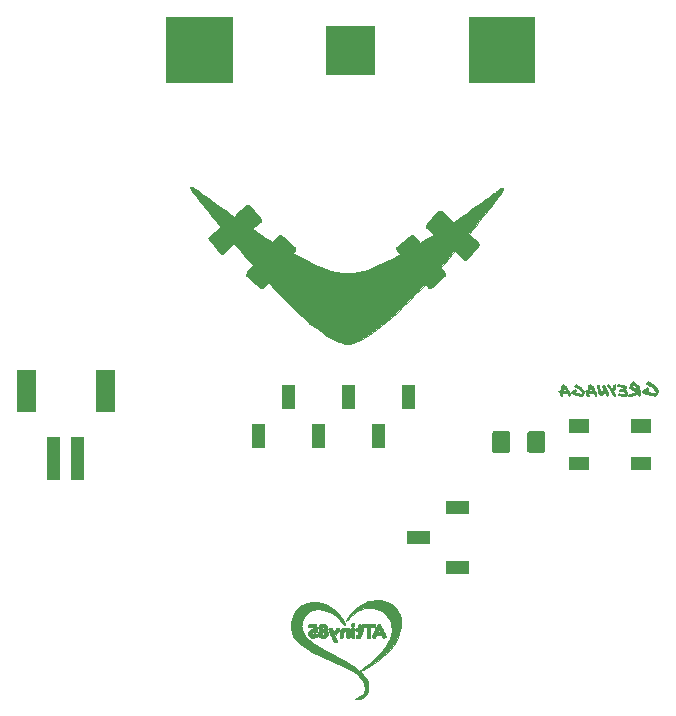
<source format=gbr>
G04 #@! TF.GenerationSoftware,KiCad,Pcbnew,5.1.5-52549c5~86~ubuntu18.04.1*
G04 #@! TF.CreationDate,2020-04-16T18:44:58-06:00*
G04 #@! TF.ProjectId,001,3030312e-6b69-4636-9164-5f7063625858,rev?*
G04 #@! TF.SameCoordinates,Original*
G04 #@! TF.FileFunction,Soldermask,Bot*
G04 #@! TF.FilePolarity,Negative*
%FSLAX46Y46*%
G04 Gerber Fmt 4.6, Leading zero omitted, Abs format (unit mm)*
G04 Created by KiCad (PCBNEW 5.1.5-52549c5~86~ubuntu18.04.1) date 2020-04-16 18:44:58*
%MOMM*%
%LPD*%
G04 APERTURE LIST*
%ADD10C,0.010000*%
%ADD11C,0.100000*%
G04 APERTURE END LIST*
D10*
G36*
X141231323Y-93350202D02*
G01*
X141299461Y-93386186D01*
X141394661Y-93443516D01*
X141513620Y-93520030D01*
X141653039Y-93613567D01*
X141809616Y-93721963D01*
X141980052Y-93843057D01*
X142120766Y-93945137D01*
X142525789Y-94241078D01*
X142900724Y-94514001D01*
X143249214Y-94766462D01*
X143574902Y-95001023D01*
X143881433Y-95220241D01*
X144172449Y-95426675D01*
X144451594Y-95622885D01*
X144722511Y-95811431D01*
X144988845Y-95994870D01*
X145254238Y-96175761D01*
X145522334Y-96356665D01*
X145796776Y-96540140D01*
X146081209Y-96728745D01*
X146127407Y-96759251D01*
X146750473Y-97165212D01*
X147364020Y-97554533D01*
X147966093Y-97926140D01*
X148554736Y-98278958D01*
X149127996Y-98611912D01*
X149683918Y-98923926D01*
X150220546Y-99213927D01*
X150735927Y-99480840D01*
X151228105Y-99723588D01*
X151695126Y-99941099D01*
X152135035Y-100132296D01*
X152545878Y-100296105D01*
X152588192Y-100312024D01*
X153026587Y-100453600D01*
X153476226Y-100555513D01*
X153933331Y-100617591D01*
X154394125Y-100639663D01*
X154854828Y-100621557D01*
X155311663Y-100563101D01*
X155760852Y-100464122D01*
X155785326Y-100457481D01*
X156045763Y-100377783D01*
X156337640Y-100273202D01*
X156658978Y-100144840D01*
X157007797Y-99993800D01*
X157382118Y-99821184D01*
X157779961Y-99628094D01*
X158199348Y-99415633D01*
X158638299Y-99184904D01*
X159094835Y-98937009D01*
X159566976Y-98673050D01*
X160052744Y-98394130D01*
X160550158Y-98101351D01*
X161057239Y-97795816D01*
X161572009Y-97478627D01*
X162092487Y-97150887D01*
X162616694Y-96813698D01*
X163142652Y-96468162D01*
X163668381Y-96115383D01*
X164052659Y-95852687D01*
X164223151Y-95734546D01*
X164410000Y-95603884D01*
X164610003Y-95463021D01*
X164819959Y-95314277D01*
X165036663Y-95159972D01*
X165256914Y-95002425D01*
X165477508Y-94843957D01*
X165695243Y-94686887D01*
X165906916Y-94533536D01*
X166109325Y-94386223D01*
X166299265Y-94247268D01*
X166473535Y-94118991D01*
X166628932Y-94003712D01*
X166762252Y-93903750D01*
X166870294Y-93821426D01*
X166949855Y-93759060D01*
X166994826Y-93721585D01*
X167074119Y-93657904D01*
X167168342Y-93592909D01*
X167268341Y-93531778D01*
X167364959Y-93479694D01*
X167449041Y-93441834D01*
X167511431Y-93423379D01*
X167523673Y-93422394D01*
X167572966Y-93440442D01*
X167602945Y-93486335D01*
X167607501Y-93547696D01*
X167599804Y-93576599D01*
X167577669Y-93618753D01*
X167534475Y-93687986D01*
X167474890Y-93777758D01*
X167403580Y-93881527D01*
X167325212Y-93992752D01*
X167244453Y-94104893D01*
X167165970Y-94211408D01*
X167094430Y-94305756D01*
X167034499Y-94381397D01*
X166990845Y-94431789D01*
X166986347Y-94436407D01*
X166962334Y-94464275D01*
X166917881Y-94519304D01*
X166858169Y-94594951D01*
X166788377Y-94684676D01*
X166741609Y-94745428D01*
X166540894Y-95005221D01*
X166316363Y-95292247D01*
X166071879Y-95601704D01*
X165811303Y-95928792D01*
X165538496Y-96268710D01*
X165257320Y-96616658D01*
X164971636Y-96967835D01*
X164685307Y-97317441D01*
X164402193Y-97660674D01*
X164221812Y-97877977D01*
X163592974Y-98627028D01*
X162979551Y-99344631D01*
X162381870Y-100030469D01*
X161800256Y-100684225D01*
X161235036Y-101305585D01*
X160686537Y-101894230D01*
X160155084Y-102449846D01*
X159641003Y-102972116D01*
X159144621Y-103460725D01*
X158666265Y-103915354D01*
X158206260Y-104335689D01*
X157764933Y-104721414D01*
X157342610Y-105072211D01*
X156939617Y-105387765D01*
X156556280Y-105667760D01*
X156192926Y-105911880D01*
X155849882Y-106119807D01*
X155555385Y-106277427D01*
X155294201Y-106400469D01*
X155059065Y-106495641D01*
X154845258Y-106564150D01*
X154648059Y-106607205D01*
X154462751Y-106626011D01*
X154284612Y-106621776D01*
X154231326Y-106616127D01*
X153994809Y-106571957D01*
X153741793Y-106496129D01*
X153471046Y-106388053D01*
X153181333Y-106247137D01*
X152871422Y-106072791D01*
X152540079Y-105864424D01*
X152252243Y-105668271D01*
X151892379Y-105405022D01*
X151511465Y-105106643D01*
X151110512Y-104774134D01*
X150690533Y-104408493D01*
X150252540Y-104010721D01*
X149797546Y-103581816D01*
X149326563Y-103122778D01*
X148840603Y-102634607D01*
X148340678Y-102118301D01*
X147827801Y-101574860D01*
X147302985Y-101005284D01*
X146767241Y-100410571D01*
X146221582Y-99791722D01*
X145765255Y-99264394D01*
X145536547Y-98996758D01*
X145299165Y-98716792D01*
X145054713Y-98426493D01*
X144804794Y-98127856D01*
X144551011Y-97822878D01*
X144294966Y-97513554D01*
X144038263Y-97201881D01*
X143782504Y-96889854D01*
X143529294Y-96579469D01*
X143280234Y-96272723D01*
X143036927Y-95971612D01*
X142800978Y-95678130D01*
X142573988Y-95394276D01*
X142357561Y-95122043D01*
X142153299Y-94863429D01*
X141962807Y-94620429D01*
X141787686Y-94395040D01*
X141629540Y-94189257D01*
X141489971Y-94005076D01*
X141370584Y-93844494D01*
X141272980Y-93709506D01*
X141198763Y-93602109D01*
X141149535Y-93524297D01*
X141136977Y-93501468D01*
X141112458Y-93428214D01*
X141120347Y-93373556D01*
X141158849Y-93342687D01*
X141193545Y-93337727D01*
X141231323Y-93350202D01*
G37*
X141231323Y-93350202D02*
X141299461Y-93386186D01*
X141394661Y-93443516D01*
X141513620Y-93520030D01*
X141653039Y-93613567D01*
X141809616Y-93721963D01*
X141980052Y-93843057D01*
X142120766Y-93945137D01*
X142525789Y-94241078D01*
X142900724Y-94514001D01*
X143249214Y-94766462D01*
X143574902Y-95001023D01*
X143881433Y-95220241D01*
X144172449Y-95426675D01*
X144451594Y-95622885D01*
X144722511Y-95811431D01*
X144988845Y-95994870D01*
X145254238Y-96175761D01*
X145522334Y-96356665D01*
X145796776Y-96540140D01*
X146081209Y-96728745D01*
X146127407Y-96759251D01*
X146750473Y-97165212D01*
X147364020Y-97554533D01*
X147966093Y-97926140D01*
X148554736Y-98278958D01*
X149127996Y-98611912D01*
X149683918Y-98923926D01*
X150220546Y-99213927D01*
X150735927Y-99480840D01*
X151228105Y-99723588D01*
X151695126Y-99941099D01*
X152135035Y-100132296D01*
X152545878Y-100296105D01*
X152588192Y-100312024D01*
X153026587Y-100453600D01*
X153476226Y-100555513D01*
X153933331Y-100617591D01*
X154394125Y-100639663D01*
X154854828Y-100621557D01*
X155311663Y-100563101D01*
X155760852Y-100464122D01*
X155785326Y-100457481D01*
X156045763Y-100377783D01*
X156337640Y-100273202D01*
X156658978Y-100144840D01*
X157007797Y-99993800D01*
X157382118Y-99821184D01*
X157779961Y-99628094D01*
X158199348Y-99415633D01*
X158638299Y-99184904D01*
X159094835Y-98937009D01*
X159566976Y-98673050D01*
X160052744Y-98394130D01*
X160550158Y-98101351D01*
X161057239Y-97795816D01*
X161572009Y-97478627D01*
X162092487Y-97150887D01*
X162616694Y-96813698D01*
X163142652Y-96468162D01*
X163668381Y-96115383D01*
X164052659Y-95852687D01*
X164223151Y-95734546D01*
X164410000Y-95603884D01*
X164610003Y-95463021D01*
X164819959Y-95314277D01*
X165036663Y-95159972D01*
X165256914Y-95002425D01*
X165477508Y-94843957D01*
X165695243Y-94686887D01*
X165906916Y-94533536D01*
X166109325Y-94386223D01*
X166299265Y-94247268D01*
X166473535Y-94118991D01*
X166628932Y-94003712D01*
X166762252Y-93903750D01*
X166870294Y-93821426D01*
X166949855Y-93759060D01*
X166994826Y-93721585D01*
X167074119Y-93657904D01*
X167168342Y-93592909D01*
X167268341Y-93531778D01*
X167364959Y-93479694D01*
X167449041Y-93441834D01*
X167511431Y-93423379D01*
X167523673Y-93422394D01*
X167572966Y-93440442D01*
X167602945Y-93486335D01*
X167607501Y-93547696D01*
X167599804Y-93576599D01*
X167577669Y-93618753D01*
X167534475Y-93687986D01*
X167474890Y-93777758D01*
X167403580Y-93881527D01*
X167325212Y-93992752D01*
X167244453Y-94104893D01*
X167165970Y-94211408D01*
X167094430Y-94305756D01*
X167034499Y-94381397D01*
X166990845Y-94431789D01*
X166986347Y-94436407D01*
X166962334Y-94464275D01*
X166917881Y-94519304D01*
X166858169Y-94594951D01*
X166788377Y-94684676D01*
X166741609Y-94745428D01*
X166540894Y-95005221D01*
X166316363Y-95292247D01*
X166071879Y-95601704D01*
X165811303Y-95928792D01*
X165538496Y-96268710D01*
X165257320Y-96616658D01*
X164971636Y-96967835D01*
X164685307Y-97317441D01*
X164402193Y-97660674D01*
X164221812Y-97877977D01*
X163592974Y-98627028D01*
X162979551Y-99344631D01*
X162381870Y-100030469D01*
X161800256Y-100684225D01*
X161235036Y-101305585D01*
X160686537Y-101894230D01*
X160155084Y-102449846D01*
X159641003Y-102972116D01*
X159144621Y-103460725D01*
X158666265Y-103915354D01*
X158206260Y-104335689D01*
X157764933Y-104721414D01*
X157342610Y-105072211D01*
X156939617Y-105387765D01*
X156556280Y-105667760D01*
X156192926Y-105911880D01*
X155849882Y-106119807D01*
X155555385Y-106277427D01*
X155294201Y-106400469D01*
X155059065Y-106495641D01*
X154845258Y-106564150D01*
X154648059Y-106607205D01*
X154462751Y-106626011D01*
X154284612Y-106621776D01*
X154231326Y-106616127D01*
X153994809Y-106571957D01*
X153741793Y-106496129D01*
X153471046Y-106388053D01*
X153181333Y-106247137D01*
X152871422Y-106072791D01*
X152540079Y-105864424D01*
X152252243Y-105668271D01*
X151892379Y-105405022D01*
X151511465Y-105106643D01*
X151110512Y-104774134D01*
X150690533Y-104408493D01*
X150252540Y-104010721D01*
X149797546Y-103581816D01*
X149326563Y-103122778D01*
X148840603Y-102634607D01*
X148340678Y-102118301D01*
X147827801Y-101574860D01*
X147302985Y-101005284D01*
X146767241Y-100410571D01*
X146221582Y-99791722D01*
X145765255Y-99264394D01*
X145536547Y-98996758D01*
X145299165Y-98716792D01*
X145054713Y-98426493D01*
X144804794Y-98127856D01*
X144551011Y-97822878D01*
X144294966Y-97513554D01*
X144038263Y-97201881D01*
X143782504Y-96889854D01*
X143529294Y-96579469D01*
X143280234Y-96272723D01*
X143036927Y-95971612D01*
X142800978Y-95678130D01*
X142573988Y-95394276D01*
X142357561Y-95122043D01*
X142153299Y-94863429D01*
X141962807Y-94620429D01*
X141787686Y-94395040D01*
X141629540Y-94189257D01*
X141489971Y-94005076D01*
X141370584Y-93844494D01*
X141272980Y-93709506D01*
X141198763Y-93602109D01*
X141149535Y-93524297D01*
X141136977Y-93501468D01*
X141112458Y-93428214D01*
X141120347Y-93373556D01*
X141158849Y-93342687D01*
X141193545Y-93337727D01*
X141231323Y-93350202D01*
D11*
G36*
X172378623Y-110942496D02*
G01*
X172872839Y-110637681D01*
X172779819Y-110630781D01*
X172685079Y-110615280D01*
X172710919Y-110508483D01*
X172740199Y-110396516D01*
X172750539Y-110413746D01*
X172817719Y-110494707D01*
X172871119Y-110579117D01*
X172891789Y-110610127D01*
X172910739Y-110641137D01*
X172891789Y-110639437D01*
X172872839Y-110637737D01*
X172872839Y-110637681D01*
X172378623Y-110942496D01*
X172409633Y-111002786D01*
X172456143Y-111056186D01*
X172514713Y-111094086D01*
X172583613Y-111111316D01*
X172614623Y-111099256D01*
X172630123Y-111088926D01*
X172640463Y-111083726D01*
X172647363Y-111078526D01*
X172668033Y-111069926D01*
X172661133Y-111047536D01*
X172662833Y-111026866D01*
X172683503Y-111004476D01*
X172693843Y-110994135D01*
X172702443Y-110983806D01*
X172731723Y-110951076D01*
X172685213Y-110939016D01*
X172628363Y-110908006D01*
X172616303Y-110844266D01*
X172674873Y-110842566D01*
X172721383Y-110854626D01*
X172785113Y-110870126D01*
X172854013Y-110875326D01*
X172879853Y-110875326D01*
X172905693Y-110871926D01*
X172922913Y-110868526D01*
X172929813Y-110847856D01*
X172936713Y-110840956D01*
X172955663Y-110818566D01*
X172959063Y-110780666D01*
X172969393Y-110749655D01*
X172984893Y-110792716D01*
X172991793Y-110809946D01*
X173009023Y-110813346D01*
X173014223Y-110821946D01*
X173015923Y-110830546D01*
X173024523Y-110859826D01*
X173031423Y-110866726D01*
X173038323Y-110871926D01*
X173046923Y-110902936D01*
X173057263Y-110932216D01*
X173072763Y-110977006D01*
X173076163Y-111018346D01*
X173083063Y-111037296D01*
X173102013Y-111054526D01*
X173122683Y-111064856D01*
X173133023Y-111071756D01*
X173141623Y-111075156D01*
X173146823Y-111094106D01*
X173167493Y-111097506D01*
X173195053Y-111102706D01*
X173212283Y-111104406D01*
X173229513Y-111102706D01*
X173258793Y-111078586D01*
X173282913Y-111059636D01*
X173300133Y-111028626D01*
X173303533Y-111009675D01*
X173306933Y-110992446D01*
X173312133Y-110982116D01*
X173334523Y-110961446D01*
X173315573Y-110945946D01*
X173313873Y-110916666D01*
X173241523Y-110747857D01*
X173160563Y-110582492D01*
X173134723Y-110527372D01*
X173107163Y-110472251D01*
X173108863Y-110460191D01*
X173105463Y-110444691D01*
X173074453Y-110393011D01*
X173050333Y-110344781D01*
X173022773Y-110287941D01*
X172984873Y-110231102D01*
X172957313Y-110219041D01*
X172945253Y-110215641D01*
X172929753Y-110212241D01*
X172903913Y-110215641D01*
X172819513Y-110153631D01*
X172745443Y-110055441D01*
X172728213Y-110031331D01*
X172705823Y-110045111D01*
X172681703Y-110055441D01*
X172648973Y-110064041D01*
X172590403Y-110079541D01*
X172545613Y-110105381D01*
X172533553Y-110146721D01*
X172528353Y-110174281D01*
X172519753Y-110232851D01*
X172512853Y-110298311D01*
X172499073Y-110356881D01*
X172487013Y-110413721D01*
X172469783Y-110494682D01*
X172447393Y-110567032D01*
X172430163Y-110568732D01*
X172412943Y-110563532D01*
X172390553Y-110560132D01*
X172371603Y-110558432D01*
X172364703Y-110575662D01*
X172347473Y-110592892D01*
X172314743Y-110603232D01*
X172295793Y-110618732D01*
X172282013Y-110629072D01*
X172256173Y-110639402D01*
X172269953Y-110665242D01*
X172319903Y-110725532D01*
X172390523Y-110772042D01*
X172388823Y-110792712D01*
X172383623Y-110811662D01*
X172375023Y-110871952D01*
X172375023Y-110935682D01*
X172378623Y-110942496D01*
G37*
G36*
X173306924Y-110788824D02*
G01*
X173415445Y-110904235D01*
X173563584Y-110971415D01*
X173734116Y-111017925D01*
X173904649Y-111071325D01*
X173947709Y-111073025D01*
X173982159Y-111078225D01*
X174013169Y-111083425D01*
X174047619Y-111086825D01*
X174056219Y-111090225D01*
X174061419Y-111097125D01*
X174114819Y-111102325D01*
X174152719Y-111102325D01*
X174195779Y-111107525D01*
X174233679Y-111112725D01*
X174436940Y-111021425D01*
X174517900Y-110783713D01*
X174521300Y-110773383D01*
X174528200Y-110768183D01*
X174524800Y-110738903D01*
X174523100Y-110707893D01*
X174421470Y-110532193D01*
X174285389Y-110387498D01*
X174264719Y-110366828D01*
X174249219Y-110346158D01*
X174230269Y-110328928D01*
X174204429Y-110316868D01*
X174118299Y-110241078D01*
X174013224Y-110175618D01*
X173904704Y-110111888D01*
X173804794Y-110039538D01*
X173777234Y-110044738D01*
X173758284Y-110044738D01*
X173725554Y-110080908D01*
X173682494Y-110103298D01*
X173641154Y-110129138D01*
X173611874Y-110170478D01*
X173622214Y-110179078D01*
X173617014Y-110194578D01*
X173615314Y-110210078D01*
X173627374Y-110216978D01*
X173617044Y-110227318D01*
X173606704Y-110235918D01*
X173611904Y-110249698D01*
X173611904Y-110266928D01*
X173689424Y-110309988D01*
X173777274Y-110354778D01*
X173872014Y-110404728D01*
X173966754Y-110465018D01*
X174061494Y-110542539D01*
X174154514Y-110630389D01*
X174238924Y-110726849D01*
X174306104Y-110823309D01*
X174299204Y-110837089D01*
X174290604Y-110849149D01*
X174188974Y-110849149D01*
X174092514Y-110854349D01*
X174085614Y-110844009D01*
X174077014Y-110833669D01*
X173894424Y-110802659D01*
X173722169Y-110756149D01*
X173748009Y-110747549D01*
X173768679Y-110738949D01*
X173768679Y-110725169D01*
X173751449Y-110711389D01*
X173791069Y-110676939D01*
X173808299Y-110621819D01*
X173797969Y-110601149D01*
X173808299Y-110582199D01*
X173816899Y-110582199D01*
X173820299Y-110587399D01*
X173821999Y-110594299D01*
X173830599Y-110592599D01*
X173823699Y-110566759D01*
X173813359Y-110542649D01*
X173694504Y-110463408D01*
X173647994Y-110494419D01*
X173591154Y-110527149D01*
X173529144Y-110559879D01*
X173468854Y-110590889D01*
X173425794Y-110618449D01*
X173389624Y-110654619D01*
X173355174Y-110689069D01*
X173312114Y-110718349D01*
X173310414Y-110754519D01*
X173307014Y-110788969D01*
X173306924Y-110788824D01*
G37*
G36*
X174643622Y-110954189D02*
G01*
X175141438Y-110656188D01*
X175048418Y-110649288D01*
X174953678Y-110633788D01*
X174979518Y-110526990D01*
X175008798Y-110415023D01*
X175019128Y-110432253D01*
X175086308Y-110513214D01*
X175139708Y-110597624D01*
X175160378Y-110628634D01*
X175179328Y-110659644D01*
X175160378Y-110657944D01*
X175141428Y-110656244D01*
X175141438Y-110656188D01*
X174643622Y-110954189D01*
X174674632Y-111014479D01*
X174721142Y-111067879D01*
X174779712Y-111105779D01*
X174848612Y-111123009D01*
X174879622Y-111110949D01*
X174895122Y-111100619D01*
X174905462Y-111095419D01*
X174912362Y-111090219D01*
X174933032Y-111081619D01*
X174926132Y-111059229D01*
X174927832Y-111038559D01*
X174948502Y-111016169D01*
X174958842Y-111005829D01*
X174967442Y-110995498D01*
X174996722Y-110962769D01*
X174950212Y-110950709D01*
X174893362Y-110919699D01*
X174881302Y-110855959D01*
X174939872Y-110854259D01*
X174986382Y-110866319D01*
X175050112Y-110881819D01*
X175119012Y-110887019D01*
X175144852Y-110887019D01*
X175170692Y-110883619D01*
X175187912Y-110880219D01*
X175194812Y-110859549D01*
X175201712Y-110852649D01*
X175220662Y-110830259D01*
X175224062Y-110792359D01*
X175234392Y-110761349D01*
X175249892Y-110804409D01*
X175256792Y-110821639D01*
X175274022Y-110825039D01*
X175279222Y-110833639D01*
X175280922Y-110842239D01*
X175289522Y-110871519D01*
X175296422Y-110878419D01*
X175303322Y-110883619D01*
X175311922Y-110914629D01*
X175322262Y-110943909D01*
X175337762Y-110988699D01*
X175341162Y-111030039D01*
X175348062Y-111048989D01*
X175367012Y-111066219D01*
X175387682Y-111076549D01*
X175398022Y-111083449D01*
X175406622Y-111086849D01*
X175411822Y-111105799D01*
X175432492Y-111109199D01*
X175460052Y-111114399D01*
X175477282Y-111116099D01*
X175494512Y-111114399D01*
X175523792Y-111090279D01*
X175547912Y-111071329D01*
X175565132Y-111040319D01*
X175568532Y-111021369D01*
X175571932Y-111004139D01*
X175577132Y-110993809D01*
X175599522Y-110973139D01*
X175580572Y-110957639D01*
X175578872Y-110928359D01*
X175506522Y-110759550D01*
X175425562Y-110594185D01*
X175399722Y-110539065D01*
X175372162Y-110483944D01*
X175373862Y-110471884D01*
X175370462Y-110456384D01*
X175339452Y-110404704D01*
X175315332Y-110356474D01*
X175287772Y-110299634D01*
X175249872Y-110242794D01*
X175222312Y-110230735D01*
X175210252Y-110227334D01*
X175194752Y-110223934D01*
X175168912Y-110227334D01*
X175084512Y-110165324D01*
X175010442Y-110067134D01*
X174993212Y-110043024D01*
X174970822Y-110056804D01*
X174946702Y-110067134D01*
X174913972Y-110075734D01*
X174855402Y-110091234D01*
X174810612Y-110117074D01*
X174798552Y-110158414D01*
X174793352Y-110185974D01*
X174784752Y-110244544D01*
X174777852Y-110310004D01*
X174764072Y-110368574D01*
X174752012Y-110425414D01*
X174734792Y-110506375D01*
X174712402Y-110578725D01*
X174695172Y-110580425D01*
X174677952Y-110575225D01*
X174655562Y-110571825D01*
X174636612Y-110570125D01*
X174629712Y-110587355D01*
X174612482Y-110604585D01*
X174579752Y-110614925D01*
X174560802Y-110630425D01*
X174547022Y-110640765D01*
X174521182Y-110651095D01*
X174534962Y-110676935D01*
X174584912Y-110737225D01*
X174655532Y-110783735D01*
X174653832Y-110804405D01*
X174648632Y-110823355D01*
X174640032Y-110883645D01*
X174640032Y-110947375D01*
X174643622Y-110954189D01*
G37*
G36*
X176197360Y-110785379D02*
G01*
X176219750Y-110804329D01*
X176233530Y-110833609D01*
X176245590Y-110862889D01*
X176262820Y-110874949D01*
X176273150Y-110899069D01*
X176286930Y-110921459D01*
X176297260Y-110945579D01*
X176293860Y-110974859D01*
X176311080Y-111004139D01*
X176319680Y-111040309D01*
X176333460Y-111069589D01*
X176371360Y-111079929D01*
X176373060Y-111088529D01*
X176367860Y-111100589D01*
X176397140Y-111102289D01*
X176419530Y-111110889D01*
X176474650Y-111074719D01*
X176512550Y-111017879D01*
X176541830Y-110952419D01*
X176565950Y-110895579D01*
X176564250Y-110859409D01*
X176576310Y-110828399D01*
X176554970Y-110783239D01*
X176533140Y-110737319D01*
X176510830Y-110690649D01*
X176488030Y-110643229D01*
X176464750Y-110595049D01*
X176440980Y-110546119D01*
X176416730Y-110496429D01*
X176391990Y-110445988D01*
X176367170Y-110395248D01*
X176342680Y-110344678D01*
X176318510Y-110294268D01*
X176294660Y-110244018D01*
X176271140Y-110193928D01*
X176247940Y-110143998D01*
X176225060Y-110094228D01*
X176202510Y-110044628D01*
X176125000Y-110080798D01*
X176054380Y-110125588D01*
X175999260Y-110185878D01*
X175969980Y-110259948D01*
X175978580Y-110268548D01*
X175985480Y-110270248D01*
X175978580Y-110282308D01*
X175978580Y-110289208D01*
X175978580Y-110299548D01*
X175973380Y-110315048D01*
X175983710Y-110316748D01*
X175994050Y-110316748D01*
X175990650Y-110347758D01*
X175997550Y-110370148D01*
X176006150Y-110390818D01*
X176004450Y-110418378D01*
X176013050Y-110421778D01*
X176016450Y-110426979D01*
X176021650Y-110432178D01*
X176028550Y-110432178D01*
X176025150Y-110507969D01*
X176028550Y-110585479D01*
X176026850Y-110666439D01*
X176014790Y-110752569D01*
X175916610Y-110659549D01*
X175856320Y-110532080D01*
X175820150Y-110380495D01*
X175794310Y-110215130D01*
X175770190Y-110177230D01*
X175754690Y-110130720D01*
X175740910Y-110080770D01*
X175723680Y-110034260D01*
X175680620Y-110051490D01*
X175646170Y-110079050D01*
X175613440Y-110106610D01*
X175570380Y-110122110D01*
X175532480Y-110178950D01*
X175510090Y-110237520D01*
X175523870Y-110268530D01*
X175532470Y-110302980D01*
X175546250Y-110335710D01*
X175570370Y-110359830D01*
X175584150Y-110442510D01*
X175599650Y-110514861D01*
X175611710Y-110590651D01*
X175615110Y-110675051D01*
X175644390Y-110759451D01*
X175668510Y-110840411D01*
X175711570Y-110893811D01*
X175744300Y-110955821D01*
X175752900Y-110959221D01*
X175764960Y-110954021D01*
X175764960Y-110964361D01*
X175770160Y-110971261D01*
X175773560Y-110978161D01*
X175770160Y-110991941D01*
X175813220Y-111021221D01*
X175854560Y-111055671D01*
X175906240Y-111076341D01*
X175983750Y-111064281D01*
X176109496Y-110945425D01*
X176197346Y-110785228D01*
X176197360Y-110785379D01*
G37*
G36*
X176705512Y-110647575D02*
G01*
X176726182Y-110673415D01*
X176743412Y-110702695D01*
X176762362Y-110738865D01*
X176788202Y-110769875D01*
X176805432Y-110811215D01*
X176832992Y-110843945D01*
X176913952Y-110993807D01*
X176924292Y-111024817D01*
X176939792Y-111052377D01*
X176946692Y-111064437D01*
X176951892Y-111073037D01*
X176955292Y-111090267D01*
X176974242Y-111114387D01*
X176993192Y-111133337D01*
X177005252Y-111147117D01*
X177031092Y-111157447D01*
X177184398Y-111023089D01*
X177182698Y-111005859D01*
X177177498Y-110988639D01*
X177170598Y-110967969D01*
X177155098Y-110919739D01*
X177125818Y-110876679D01*
X177110318Y-110838779D01*
X177068978Y-110757819D01*
X177031078Y-110692359D01*
X177008688Y-110654459D01*
X177050028Y-110604509D01*
X177089648Y-110521829D01*
X177113768Y-110451208D01*
X177118968Y-110413308D01*
X177125868Y-110380578D01*
X177134468Y-110342678D01*
X177137868Y-110303058D01*
X177148198Y-110278938D01*
X177144798Y-110261708D01*
X177143098Y-110230698D01*
X177151698Y-110189358D01*
X177160298Y-110151458D01*
X177161998Y-110110118D01*
X177151658Y-110072218D01*
X177118928Y-110039488D01*
X177089648Y-110037788D01*
X177060368Y-110055018D01*
X177031088Y-110070518D01*
X176994918Y-110087748D01*
X176958748Y-110110138D01*
X176946688Y-110134258D01*
X176924298Y-110153208D01*
X176924298Y-110172158D01*
X176922598Y-110191108D01*
X176915698Y-110218668D01*
X176908798Y-110239339D01*
X176903598Y-110285848D01*
X176893268Y-110325468D01*
X176882938Y-110365088D01*
X176881238Y-110409878D01*
X176864008Y-110397818D01*
X176857108Y-110392618D01*
X176850208Y-110387418D01*
X176748578Y-110249614D01*
X176751978Y-110232384D01*
X176715808Y-110197934D01*
X176689968Y-110172094D01*
X176667578Y-110146254D01*
X176648628Y-110132474D01*
X176491876Y-110025676D01*
X176467756Y-110022276D01*
X176460856Y-110044666D01*
X176433296Y-110079116D01*
X176386786Y-110108396D01*
X176371286Y-110118736D01*
X176362686Y-110144576D01*
X176364386Y-110160076D01*
X176357486Y-110177306D01*
X176391936Y-110237596D01*
X176429836Y-110272046D01*
X176459116Y-110297886D01*
X176478066Y-110325446D01*
X176490126Y-110339226D01*
X176536636Y-110394346D01*
X176541836Y-110415016D01*
X176562506Y-110415016D01*
X176571106Y-110421916D01*
X176588336Y-110451196D01*
X176605556Y-110473586D01*
X176614156Y-110482187D01*
X176619356Y-110495967D01*
X176624556Y-110509747D01*
X176652116Y-110544197D01*
X176664176Y-110568317D01*
X176677956Y-110595877D01*
X176696906Y-110621717D01*
X176705512Y-110647575D01*
G37*
G36*
X177215386Y-110129087D02*
G01*
X177215386Y-110148037D01*
X177217086Y-110158367D01*
X177217086Y-110170427D01*
X177213686Y-110187657D01*
X177298096Y-110268617D01*
X177399726Y-110299627D01*
X177513414Y-110318577D01*
X177627102Y-110363367D01*
X177668442Y-110363367D01*
X177720122Y-110368567D01*
X177745962Y-110384067D01*
X177776972Y-110392667D01*
X177771772Y-110425398D01*
X177766572Y-110451237D01*
X177633935Y-110449537D01*
X177489241Y-110440937D01*
X177490941Y-110452997D01*
X177492641Y-110461597D01*
X177468521Y-110483987D01*
X177444401Y-110508108D01*
X177420281Y-110528778D01*
X177389271Y-110533978D01*
X177380671Y-110564988D01*
X177384071Y-110597718D01*
X177439191Y-110637338D01*
X177497761Y-110671788D01*
X177561491Y-110697628D01*
X177635561Y-110704528D01*
X177649341Y-110704528D01*
X177659681Y-110699328D01*
X177699301Y-110704528D01*
X177737201Y-110709728D01*
X177783711Y-110702828D01*
X177830221Y-110695928D01*
X177880171Y-110773438D01*
X177919791Y-110861288D01*
X177823331Y-110868188D01*
X177749261Y-110862988D01*
X177678641Y-110854388D01*
X177587341Y-110850988D01*
X177506381Y-110826868D01*
X177418531Y-110806198D01*
X177394411Y-110825148D01*
X177375461Y-110849268D01*
X177354791Y-110868218D01*
X177328951Y-110875118D01*
X177320351Y-110892348D01*
X177315151Y-110909568D01*
X177309951Y-110925068D01*
X177294451Y-110928468D01*
X177354741Y-111016318D01*
X177430531Y-111061108D01*
X177526991Y-111085218D01*
X177642402Y-111105888D01*
X177668242Y-111104188D01*
X177692362Y-111100788D01*
X177787102Y-111116288D01*
X177899068Y-111121488D01*
X178007588Y-111105988D01*
X178091988Y-111061198D01*
X178110938Y-111033638D01*
X178133328Y-111007798D01*
X178140228Y-110957848D01*
X178150558Y-110901008D01*
X178159158Y-110840718D01*
X178155758Y-110787318D01*
X178135088Y-110740808D01*
X178123028Y-110696018D01*
X178112688Y-110687418D01*
X178098908Y-110680518D01*
X178076518Y-110621948D01*
X178052398Y-110568548D01*
X178026558Y-110516868D01*
X178000718Y-110456577D01*
X178036888Y-110408347D01*
X178052388Y-110354947D01*
X178060988Y-110299827D01*
X178073048Y-110241257D01*
X178031708Y-110199917D01*
X177976588Y-110172357D01*
X177912848Y-110155127D01*
X177840498Y-110139627D01*
X177718197Y-110105177D01*
X177611399Y-110086227D01*
X177501156Y-110070727D01*
X177371965Y-110050057D01*
X177342685Y-110065557D01*
X177327185Y-110056957D01*
X177318585Y-110046627D01*
X177275525Y-110096577D01*
X177215235Y-110129307D01*
X177215386Y-110129087D01*
G37*
G36*
X179268664Y-110950743D02*
G01*
X178845093Y-110341105D01*
X178874373Y-110420345D01*
X178722789Y-110380725D01*
X178572927Y-110318715D01*
X178617717Y-110217085D01*
X178693507Y-110163685D01*
X178693513Y-110163685D01*
X178743463Y-110223975D01*
X178798583Y-110279095D01*
X178845093Y-110341105D01*
X179268664Y-110950743D01*
X179284164Y-110938683D01*
X179299664Y-110909403D01*
X179280714Y-110909403D01*
X179287614Y-110840503D01*
X179272114Y-110778493D01*
X179258334Y-110719923D01*
X179263534Y-110659633D01*
X179251474Y-110656233D01*
X179244574Y-110632113D01*
X179242874Y-110601103D01*
X179244574Y-110573543D01*
X179210124Y-110463299D01*
X179186004Y-110351334D01*
X179163614Y-110242813D01*
X179129164Y-110142903D01*
X179079214Y-110149803D01*
X179043044Y-110172193D01*
X178948304Y-110072283D01*
X178865624Y-109958595D01*
X178769164Y-109858685D01*
X178636527Y-109807005D01*
X178543507Y-109870735D01*
X178459097Y-109953415D01*
X178433257Y-109972365D01*
X178405697Y-109989595D01*
X178405697Y-110015435D01*
X178366077Y-110068835D01*
X178336797Y-110132565D01*
X178310957Y-110199745D01*
X178283397Y-110263475D01*
X178286797Y-110282425D01*
X178283397Y-110297925D01*
X178278197Y-110315145D01*
X178276497Y-110337535D01*
X178336787Y-110485674D01*
X178464256Y-110576975D01*
X178622730Y-110637265D01*
X178776037Y-110690665D01*
X178769137Y-110697565D01*
X178763937Y-110707895D01*
X178684697Y-110757845D01*
X178631297Y-110790575D01*
X178576177Y-110811245D01*
X178491767Y-110831915D01*
X178409087Y-110852585D01*
X178353967Y-110864645D01*
X178302287Y-110871545D01*
X178228217Y-110880145D01*
X178197207Y-110924935D01*
X178179977Y-110976615D01*
X178178277Y-111026565D01*
X178192057Y-111062735D01*
X178183457Y-111069635D01*
X178166237Y-111069635D01*
X178186907Y-111090305D01*
X178204137Y-111114425D01*
X178224807Y-111136815D01*
X178252367Y-111148875D01*
X178410842Y-111150575D01*
X178657166Y-111071335D01*
X178777744Y-111021385D01*
X178858704Y-110978325D01*
X178922434Y-110931815D01*
X178989614Y-110871525D01*
X178996514Y-110878425D01*
X179001714Y-110885325D01*
X179029274Y-110997289D01*
X179080954Y-111085140D01*
X179118854Y-111090340D01*
X179141244Y-111109290D01*
X179167084Y-111107590D01*
X179182584Y-111098990D01*
X179198084Y-111088650D01*
X179225644Y-111085250D01*
X179235984Y-111055970D01*
X179263544Y-111042190D01*
X179260144Y-111016350D01*
X179265344Y-110995679D01*
X179272244Y-110975010D01*
X179268844Y-110950890D01*
X179268664Y-110950743D01*
G37*
G36*
X180803799Y-110682371D02*
G01*
X180798599Y-110647921D01*
X180796899Y-110608301D01*
X180676320Y-110398149D01*
X180512678Y-110225894D01*
X180488568Y-110201774D01*
X180469618Y-110175934D01*
X180447228Y-110155264D01*
X180416218Y-110141484D01*
X180312866Y-110050184D01*
X180187120Y-109970944D01*
X180056206Y-109893434D01*
X179935628Y-109807304D01*
X179906348Y-109815904D01*
X179882228Y-109814204D01*
X179842608Y-109860714D01*
X179790928Y-109886554D01*
X179740978Y-109917564D01*
X179704808Y-109965794D01*
X179716868Y-109974394D01*
X179711668Y-109993344D01*
X179708268Y-110012294D01*
X179723768Y-110020894D01*
X179711708Y-110032954D01*
X179699648Y-110045014D01*
X179704848Y-110062234D01*
X179704848Y-110081184D01*
X179797868Y-110134584D01*
X179904666Y-110186264D01*
X180018354Y-110246554D01*
X180132042Y-110318904D01*
X180247453Y-110410204D01*
X180357696Y-110517003D01*
X180457606Y-110632414D01*
X180536846Y-110747825D01*
X180528246Y-110763325D01*
X180517916Y-110778825D01*
X180395615Y-110778825D01*
X180281927Y-110785725D01*
X180273327Y-110771945D01*
X180262987Y-110759885D01*
X180044223Y-110721985D01*
X179837517Y-110666865D01*
X179892637Y-110647915D01*
X179892637Y-110630685D01*
X179873687Y-110613465D01*
X179920197Y-110572125D01*
X179940867Y-110504945D01*
X179928807Y-110480834D01*
X179940867Y-110458444D01*
X179951207Y-110458444D01*
X179954607Y-110465344D01*
X179958007Y-110472244D01*
X179966607Y-110472244D01*
X179958007Y-110441234D01*
X179947667Y-110411954D01*
X179804696Y-110317214D01*
X179749576Y-110353384D01*
X179680676Y-110391284D01*
X179606606Y-110430904D01*
X179535986Y-110468804D01*
X179482586Y-110503255D01*
X179439526Y-110544595D01*
X179398186Y-110585935D01*
X179348236Y-110620384D01*
X179344836Y-110665175D01*
X179341436Y-110706515D01*
X179420676Y-110806425D01*
X179525751Y-110875325D01*
X179648052Y-110925275D01*
X179782411Y-110963175D01*
X179921937Y-111001075D01*
X180058018Y-111045865D01*
X180107968Y-111047565D01*
X180147588Y-111052765D01*
X180185488Y-111059665D01*
X180226828Y-111064865D01*
X180238888Y-111068265D01*
X180245788Y-111076865D01*
X180307798Y-111082065D01*
X180354308Y-111082065D01*
X180404258Y-111088965D01*
X180452488Y-111094165D01*
X180695367Y-110983922D01*
X180791827Y-110699701D01*
X180795227Y-110689371D01*
X180803827Y-110682471D01*
X180803799Y-110682371D01*
G37*
D10*
G36*
X151760073Y-128516543D02*
G01*
X151870255Y-128518663D01*
X151956650Y-128523171D01*
X152028530Y-128530949D01*
X152095166Y-128542879D01*
X152165829Y-128559842D01*
X152213533Y-128572670D01*
X152539285Y-128683894D01*
X152849099Y-128833287D01*
X153140755Y-129018969D01*
X153412037Y-129239062D01*
X153660727Y-129491685D01*
X153884607Y-129774960D01*
X154081459Y-130087008D01*
X154148448Y-130212218D01*
X154204382Y-130329076D01*
X154235848Y-130411686D01*
X154243389Y-130459957D01*
X154227550Y-130473793D01*
X154188875Y-130453102D01*
X154127909Y-130397789D01*
X154045195Y-130307763D01*
X153987654Y-130239826D01*
X153733699Y-129959528D01*
X153467470Y-129716997D01*
X153190240Y-129513074D01*
X152903286Y-129348599D01*
X152607882Y-129224413D01*
X152327887Y-129146068D01*
X152197232Y-129125835D01*
X152046554Y-129114765D01*
X151889849Y-129112870D01*
X151741109Y-129120163D01*
X151614329Y-129136656D01*
X151574500Y-129145420D01*
X151381268Y-129208339D01*
X151210695Y-129294965D01*
X151051485Y-129411900D01*
X150939500Y-129516589D01*
X150816909Y-129652686D01*
X150719997Y-129790154D01*
X150641504Y-129941473D01*
X150574167Y-130119126D01*
X150556411Y-130175000D01*
X150519152Y-130348619D01*
X150507589Y-130533039D01*
X150521789Y-130712640D01*
X150553471Y-130847723D01*
X150632184Y-131033236D01*
X150748550Y-131221428D01*
X150903236Y-131412963D01*
X151096912Y-131608506D01*
X151330247Y-131808722D01*
X151603910Y-132014275D01*
X151918570Y-132225831D01*
X151979349Y-132264434D01*
X152143634Y-132365356D01*
X152335567Y-132478465D01*
X152557224Y-132604927D01*
X152810680Y-132745909D01*
X153098009Y-132902577D01*
X153421288Y-133076098D01*
X153458334Y-133095839D01*
X153690936Y-133220015D01*
X153890282Y-133327213D01*
X154060709Y-133419915D01*
X154206556Y-133500603D01*
X154332160Y-133571760D01*
X154441861Y-133635869D01*
X154539995Y-133695412D01*
X154630902Y-133752872D01*
X154718919Y-133810731D01*
X154781250Y-133852878D01*
X155097956Y-134080641D01*
X155373220Y-134303276D01*
X155607557Y-134521293D01*
X155801481Y-134735203D01*
X155955506Y-134945517D01*
X156052972Y-135116818D01*
X156123683Y-135279827D01*
X156166677Y-135432325D01*
X156186128Y-135591637D01*
X156188331Y-135678334D01*
X156174876Y-135877757D01*
X156132827Y-136050771D01*
X156059662Y-136204318D01*
X155952855Y-136345342D01*
X155941370Y-136357803D01*
X155787685Y-136494272D01*
X155615519Y-136597364D01*
X155431027Y-136664304D01*
X155240362Y-136692316D01*
X155198329Y-136692980D01*
X155117653Y-136691873D01*
X155074088Y-136689146D01*
X155062412Y-136683175D01*
X155077403Y-136672336D01*
X155098750Y-136662015D01*
X155148519Y-136640038D01*
X155223268Y-136608444D01*
X155308646Y-136573279D01*
X155327792Y-136565519D01*
X155513662Y-136477235D01*
X155660033Y-136377282D01*
X155768766Y-136263020D01*
X155841721Y-136131813D01*
X155880758Y-135981022D01*
X155887737Y-135808010D01*
X155885734Y-135774330D01*
X155847911Y-135543097D01*
X155769479Y-135316101D01*
X155652154Y-135096824D01*
X155497654Y-134888750D01*
X155393882Y-134776765D01*
X155305132Y-134691940D01*
X155210458Y-134609887D01*
X155107005Y-134529018D01*
X154991918Y-134447743D01*
X154862342Y-134364475D01*
X154715422Y-134277625D01*
X154548303Y-134185604D01*
X154358129Y-134086824D01*
X154142047Y-133979696D01*
X153897200Y-133862632D01*
X153620733Y-133734043D01*
X153309792Y-133592340D01*
X153076157Y-133487214D01*
X152751342Y-133340869D01*
X152461882Y-133208671D01*
X152203941Y-133088756D01*
X151973686Y-132979262D01*
X151767280Y-132878327D01*
X151580890Y-132784090D01*
X151410680Y-132694686D01*
X151252815Y-132608255D01*
X151172164Y-132562628D01*
X150875459Y-132384969D01*
X150617593Y-132213004D01*
X150395905Y-132044081D01*
X150207730Y-131875547D01*
X150050406Y-131704750D01*
X149921270Y-131529036D01*
X149817659Y-131345754D01*
X149736911Y-131152250D01*
X149726829Y-131122847D01*
X149703923Y-131052761D01*
X149687065Y-130994000D01*
X149675310Y-130938065D01*
X149667715Y-130876454D01*
X149663334Y-130800670D01*
X149661223Y-130702213D01*
X149660438Y-130572582D01*
X149660315Y-130524250D01*
X149662635Y-130325824D01*
X149671902Y-130159554D01*
X149690098Y-130015555D01*
X149719207Y-129883941D01*
X149761213Y-129754826D01*
X149818096Y-129618326D01*
X149859879Y-129529417D01*
X149992739Y-129296510D01*
X150151292Y-129095361D01*
X150338842Y-128922660D01*
X150558693Y-128775098D01*
X150674917Y-128713091D01*
X150813494Y-128647416D01*
X150935983Y-128597754D01*
X151052429Y-128562001D01*
X151172874Y-128538055D01*
X151307361Y-128523815D01*
X151465934Y-128517179D01*
X151616834Y-128515931D01*
X151760073Y-128516543D01*
G37*
X151760073Y-128516543D02*
X151870255Y-128518663D01*
X151956650Y-128523171D01*
X152028530Y-128530949D01*
X152095166Y-128542879D01*
X152165829Y-128559842D01*
X152213533Y-128572670D01*
X152539285Y-128683894D01*
X152849099Y-128833287D01*
X153140755Y-129018969D01*
X153412037Y-129239062D01*
X153660727Y-129491685D01*
X153884607Y-129774960D01*
X154081459Y-130087008D01*
X154148448Y-130212218D01*
X154204382Y-130329076D01*
X154235848Y-130411686D01*
X154243389Y-130459957D01*
X154227550Y-130473793D01*
X154188875Y-130453102D01*
X154127909Y-130397789D01*
X154045195Y-130307763D01*
X153987654Y-130239826D01*
X153733699Y-129959528D01*
X153467470Y-129716997D01*
X153190240Y-129513074D01*
X152903286Y-129348599D01*
X152607882Y-129224413D01*
X152327887Y-129146068D01*
X152197232Y-129125835D01*
X152046554Y-129114765D01*
X151889849Y-129112870D01*
X151741109Y-129120163D01*
X151614329Y-129136656D01*
X151574500Y-129145420D01*
X151381268Y-129208339D01*
X151210695Y-129294965D01*
X151051485Y-129411900D01*
X150939500Y-129516589D01*
X150816909Y-129652686D01*
X150719997Y-129790154D01*
X150641504Y-129941473D01*
X150574167Y-130119126D01*
X150556411Y-130175000D01*
X150519152Y-130348619D01*
X150507589Y-130533039D01*
X150521789Y-130712640D01*
X150553471Y-130847723D01*
X150632184Y-131033236D01*
X150748550Y-131221428D01*
X150903236Y-131412963D01*
X151096912Y-131608506D01*
X151330247Y-131808722D01*
X151603910Y-132014275D01*
X151918570Y-132225831D01*
X151979349Y-132264434D01*
X152143634Y-132365356D01*
X152335567Y-132478465D01*
X152557224Y-132604927D01*
X152810680Y-132745909D01*
X153098009Y-132902577D01*
X153421288Y-133076098D01*
X153458334Y-133095839D01*
X153690936Y-133220015D01*
X153890282Y-133327213D01*
X154060709Y-133419915D01*
X154206556Y-133500603D01*
X154332160Y-133571760D01*
X154441861Y-133635869D01*
X154539995Y-133695412D01*
X154630902Y-133752872D01*
X154718919Y-133810731D01*
X154781250Y-133852878D01*
X155097956Y-134080641D01*
X155373220Y-134303276D01*
X155607557Y-134521293D01*
X155801481Y-134735203D01*
X155955506Y-134945517D01*
X156052972Y-135116818D01*
X156123683Y-135279827D01*
X156166677Y-135432325D01*
X156186128Y-135591637D01*
X156188331Y-135678334D01*
X156174876Y-135877757D01*
X156132827Y-136050771D01*
X156059662Y-136204318D01*
X155952855Y-136345342D01*
X155941370Y-136357803D01*
X155787685Y-136494272D01*
X155615519Y-136597364D01*
X155431027Y-136664304D01*
X155240362Y-136692316D01*
X155198329Y-136692980D01*
X155117653Y-136691873D01*
X155074088Y-136689146D01*
X155062412Y-136683175D01*
X155077403Y-136672336D01*
X155098750Y-136662015D01*
X155148519Y-136640038D01*
X155223268Y-136608444D01*
X155308646Y-136573279D01*
X155327792Y-136565519D01*
X155513662Y-136477235D01*
X155660033Y-136377282D01*
X155768766Y-136263020D01*
X155841721Y-136131813D01*
X155880758Y-135981022D01*
X155887737Y-135808010D01*
X155885734Y-135774330D01*
X155847911Y-135543097D01*
X155769479Y-135316101D01*
X155652154Y-135096824D01*
X155497654Y-134888750D01*
X155393882Y-134776765D01*
X155305132Y-134691940D01*
X155210458Y-134609887D01*
X155107005Y-134529018D01*
X154991918Y-134447743D01*
X154862342Y-134364475D01*
X154715422Y-134277625D01*
X154548303Y-134185604D01*
X154358129Y-134086824D01*
X154142047Y-133979696D01*
X153897200Y-133862632D01*
X153620733Y-133734043D01*
X153309792Y-133592340D01*
X153076157Y-133487214D01*
X152751342Y-133340869D01*
X152461882Y-133208671D01*
X152203941Y-133088756D01*
X151973686Y-132979262D01*
X151767280Y-132878327D01*
X151580890Y-132784090D01*
X151410680Y-132694686D01*
X151252815Y-132608255D01*
X151172164Y-132562628D01*
X150875459Y-132384969D01*
X150617593Y-132213004D01*
X150395905Y-132044081D01*
X150207730Y-131875547D01*
X150050406Y-131704750D01*
X149921270Y-131529036D01*
X149817659Y-131345754D01*
X149736911Y-131152250D01*
X149726829Y-131122847D01*
X149703923Y-131052761D01*
X149687065Y-130994000D01*
X149675310Y-130938065D01*
X149667715Y-130876454D01*
X149663334Y-130800670D01*
X149661223Y-130702213D01*
X149660438Y-130572582D01*
X149660315Y-130524250D01*
X149662635Y-130325824D01*
X149671902Y-130159554D01*
X149690098Y-130015555D01*
X149719207Y-129883941D01*
X149761213Y-129754826D01*
X149818096Y-129618326D01*
X149859879Y-129529417D01*
X149992739Y-129296510D01*
X150151292Y-129095361D01*
X150338842Y-128922660D01*
X150558693Y-128775098D01*
X150674917Y-128713091D01*
X150813494Y-128647416D01*
X150935983Y-128597754D01*
X151052429Y-128562001D01*
X151172874Y-128538055D01*
X151307361Y-128523815D01*
X151465934Y-128517179D01*
X151616834Y-128515931D01*
X151760073Y-128516543D01*
G36*
X157146285Y-128347291D02*
G01*
X157200986Y-128352531D01*
X157506856Y-128401993D01*
X157784907Y-128482455D01*
X158034665Y-128593621D01*
X158255659Y-128735192D01*
X158447416Y-128906870D01*
X158609462Y-129108359D01*
X158729603Y-129315128D01*
X158795008Y-129455282D01*
X158844149Y-129581341D01*
X158879173Y-129703631D01*
X158902228Y-129832480D01*
X158915461Y-129978217D01*
X158921020Y-130151169D01*
X158921587Y-130238500D01*
X158919687Y-130421165D01*
X158913265Y-130568837D01*
X158901863Y-130688659D01*
X158887036Y-130778250D01*
X158791319Y-131139236D01*
X158654616Y-131495660D01*
X158478202Y-131845472D01*
X158263349Y-132186620D01*
X158011331Y-132517055D01*
X157723422Y-132834724D01*
X157447301Y-133096842D01*
X157255512Y-133260310D01*
X157044204Y-133428792D01*
X156825624Y-133593063D01*
X156612022Y-133743899D01*
X156428952Y-133863798D01*
X156287736Y-133948977D01*
X156144974Y-134029592D01*
X156005295Y-134103559D01*
X155873324Y-134168794D01*
X155753688Y-134223211D01*
X155651014Y-134264726D01*
X155569929Y-134291256D01*
X155515059Y-134300714D01*
X155491031Y-134291017D01*
X155490334Y-134286677D01*
X155496648Y-134273167D01*
X155517843Y-134250935D01*
X155557290Y-134217341D01*
X155618364Y-134169747D01*
X155704438Y-134105513D01*
X155818888Y-134022000D01*
X155945417Y-133930708D01*
X156196605Y-133744784D01*
X156421726Y-133566087D01*
X156633222Y-133384261D01*
X156843537Y-133188954D01*
X156884779Y-133149089D01*
X157189417Y-132834114D01*
X157452630Y-132521900D01*
X157674315Y-132212641D01*
X157854366Y-131906533D01*
X157992680Y-131603771D01*
X158089151Y-131304550D01*
X158143675Y-131009066D01*
X158157021Y-130773851D01*
X158138571Y-130508702D01*
X158083232Y-130260314D01*
X157989889Y-130026226D01*
X157857430Y-129803975D01*
X157684742Y-129591101D01*
X157569216Y-129474280D01*
X157348703Y-129292018D01*
X157114278Y-129149267D01*
X156867920Y-129046299D01*
X156611611Y-128983389D01*
X156347332Y-128960811D01*
X156077063Y-128978837D01*
X155802785Y-129037742D01*
X155526480Y-129137800D01*
X155436011Y-129179498D01*
X155259171Y-129274013D01*
X155090021Y-129383387D01*
X154922657Y-129512425D01*
X154751172Y-129665935D01*
X154569660Y-129848721D01*
X154437813Y-129991833D01*
X154378723Y-130053790D01*
X154328561Y-130099446D01*
X154294660Y-130122452D01*
X154285924Y-130123375D01*
X154276301Y-130094093D01*
X154292478Y-130038300D01*
X154331297Y-129960369D01*
X154389605Y-129864671D01*
X154464245Y-129755579D01*
X154552062Y-129637466D01*
X154649901Y-129514704D01*
X154754606Y-129391664D01*
X154863022Y-129272720D01*
X154971993Y-129162244D01*
X154996432Y-129138844D01*
X155268013Y-128908311D01*
X155554616Y-128715798D01*
X155854336Y-128561982D01*
X156165267Y-128447545D01*
X156485506Y-128373164D01*
X156813147Y-128339520D01*
X157146285Y-128347291D01*
G37*
X157146285Y-128347291D02*
X157200986Y-128352531D01*
X157506856Y-128401993D01*
X157784907Y-128482455D01*
X158034665Y-128593621D01*
X158255659Y-128735192D01*
X158447416Y-128906870D01*
X158609462Y-129108359D01*
X158729603Y-129315128D01*
X158795008Y-129455282D01*
X158844149Y-129581341D01*
X158879173Y-129703631D01*
X158902228Y-129832480D01*
X158915461Y-129978217D01*
X158921020Y-130151169D01*
X158921587Y-130238500D01*
X158919687Y-130421165D01*
X158913265Y-130568837D01*
X158901863Y-130688659D01*
X158887036Y-130778250D01*
X158791319Y-131139236D01*
X158654616Y-131495660D01*
X158478202Y-131845472D01*
X158263349Y-132186620D01*
X158011331Y-132517055D01*
X157723422Y-132834724D01*
X157447301Y-133096842D01*
X157255512Y-133260310D01*
X157044204Y-133428792D01*
X156825624Y-133593063D01*
X156612022Y-133743899D01*
X156428952Y-133863798D01*
X156287736Y-133948977D01*
X156144974Y-134029592D01*
X156005295Y-134103559D01*
X155873324Y-134168794D01*
X155753688Y-134223211D01*
X155651014Y-134264726D01*
X155569929Y-134291256D01*
X155515059Y-134300714D01*
X155491031Y-134291017D01*
X155490334Y-134286677D01*
X155496648Y-134273167D01*
X155517843Y-134250935D01*
X155557290Y-134217341D01*
X155618364Y-134169747D01*
X155704438Y-134105513D01*
X155818888Y-134022000D01*
X155945417Y-133930708D01*
X156196605Y-133744784D01*
X156421726Y-133566087D01*
X156633222Y-133384261D01*
X156843537Y-133188954D01*
X156884779Y-133149089D01*
X157189417Y-132834114D01*
X157452630Y-132521900D01*
X157674315Y-132212641D01*
X157854366Y-131906533D01*
X157992680Y-131603771D01*
X158089151Y-131304550D01*
X158143675Y-131009066D01*
X158157021Y-130773851D01*
X158138571Y-130508702D01*
X158083232Y-130260314D01*
X157989889Y-130026226D01*
X157857430Y-129803975D01*
X157684742Y-129591101D01*
X157569216Y-129474280D01*
X157348703Y-129292018D01*
X157114278Y-129149267D01*
X156867920Y-129046299D01*
X156611611Y-128983389D01*
X156347332Y-128960811D01*
X156077063Y-128978837D01*
X155802785Y-129037742D01*
X155526480Y-129137800D01*
X155436011Y-129179498D01*
X155259171Y-129274013D01*
X155090021Y-129383387D01*
X154922657Y-129512425D01*
X154751172Y-129665935D01*
X154569660Y-129848721D01*
X154437813Y-129991833D01*
X154378723Y-130053790D01*
X154328561Y-130099446D01*
X154294660Y-130122452D01*
X154285924Y-130123375D01*
X154276301Y-130094093D01*
X154292478Y-130038300D01*
X154331297Y-129960369D01*
X154389605Y-129864671D01*
X154464245Y-129755579D01*
X154552062Y-129637466D01*
X154649901Y-129514704D01*
X154754606Y-129391664D01*
X154863022Y-129272720D01*
X154971993Y-129162244D01*
X154996432Y-129138844D01*
X155268013Y-128908311D01*
X155554616Y-128715798D01*
X155854336Y-128561982D01*
X156165267Y-128447545D01*
X156485506Y-128373164D01*
X156813147Y-128339520D01*
X157146285Y-128347291D01*
G36*
X153602794Y-130674380D02*
G01*
X153667590Y-130706049D01*
X153713037Y-130747888D01*
X153722589Y-130766635D01*
X153727359Y-130785330D01*
X153727198Y-130805192D01*
X153719426Y-130831830D01*
X153701362Y-130870849D01*
X153670327Y-130927856D01*
X153623640Y-131008456D01*
X153558620Y-131118257D01*
X153537505Y-131153752D01*
X153389633Y-131402254D01*
X153467034Y-131582428D01*
X153507099Y-131683311D01*
X153525809Y-131755105D01*
X153522958Y-131805390D01*
X153498336Y-131841748D01*
X153459240Y-131867848D01*
X153401858Y-131885633D01*
X153338526Y-131887670D01*
X153287735Y-131874438D01*
X153273425Y-131863042D01*
X153256577Y-131833216D01*
X153226437Y-131771595D01*
X153185770Y-131684474D01*
X153137342Y-131578152D01*
X153083919Y-131458926D01*
X153028266Y-131333093D01*
X152973150Y-131206951D01*
X152921334Y-131086797D01*
X152875586Y-130978929D01*
X152838671Y-130889644D01*
X152813354Y-130825239D01*
X152802402Y-130792012D01*
X152802167Y-130789970D01*
X152820941Y-130738597D01*
X152868501Y-130698013D01*
X152931705Y-130673168D01*
X152997411Y-130669011D01*
X153052477Y-130690492D01*
X153056741Y-130694103D01*
X153087916Y-130727376D01*
X153098500Y-130746933D01*
X153106838Y-130771962D01*
X153128974Y-130825024D01*
X153160591Y-130895890D01*
X153169965Y-130916258D01*
X153241429Y-131070546D01*
X153361700Y-130866190D01*
X153416925Y-130774743D01*
X153457534Y-130714679D01*
X153488660Y-130679938D01*
X153515433Y-130664457D01*
X153534703Y-130661834D01*
X153602794Y-130674380D01*
G37*
X153602794Y-130674380D02*
X153667590Y-130706049D01*
X153713037Y-130747888D01*
X153722589Y-130766635D01*
X153727359Y-130785330D01*
X153727198Y-130805192D01*
X153719426Y-130831830D01*
X153701362Y-130870849D01*
X153670327Y-130927856D01*
X153623640Y-131008456D01*
X153558620Y-131118257D01*
X153537505Y-131153752D01*
X153389633Y-131402254D01*
X153467034Y-131582428D01*
X153507099Y-131683311D01*
X153525809Y-131755105D01*
X153522958Y-131805390D01*
X153498336Y-131841748D01*
X153459240Y-131867848D01*
X153401858Y-131885633D01*
X153338526Y-131887670D01*
X153287735Y-131874438D01*
X153273425Y-131863042D01*
X153256577Y-131833216D01*
X153226437Y-131771595D01*
X153185770Y-131684474D01*
X153137342Y-131578152D01*
X153083919Y-131458926D01*
X153028266Y-131333093D01*
X152973150Y-131206951D01*
X152921334Y-131086797D01*
X152875586Y-130978929D01*
X152838671Y-130889644D01*
X152813354Y-130825239D01*
X152802402Y-130792012D01*
X152802167Y-130789970D01*
X152820941Y-130738597D01*
X152868501Y-130698013D01*
X152931705Y-130673168D01*
X152997411Y-130669011D01*
X153052477Y-130690492D01*
X153056741Y-130694103D01*
X153087916Y-130727376D01*
X153098500Y-130746933D01*
X153106838Y-130771962D01*
X153128974Y-130825024D01*
X153160591Y-130895890D01*
X153169965Y-130916258D01*
X153241429Y-131070546D01*
X153361700Y-130866190D01*
X153416925Y-130774743D01*
X153457534Y-130714679D01*
X153488660Y-130679938D01*
X153515433Y-130664457D01*
X153534703Y-130661834D01*
X153602794Y-130674380D01*
G36*
X151534192Y-130345994D02*
G01*
X151624670Y-130351977D01*
X151686100Y-130363785D01*
X151725077Y-130382922D01*
X151748196Y-130410891D01*
X151753792Y-130423120D01*
X151764773Y-130465227D01*
X151778367Y-130537853D01*
X151792921Y-130629402D01*
X151806782Y-130728276D01*
X151818298Y-130822876D01*
X151825815Y-130901605D01*
X151827829Y-130942603D01*
X151821986Y-131001103D01*
X151795545Y-131039284D01*
X151759709Y-131064232D01*
X151677326Y-131100526D01*
X151607647Y-131099066D01*
X151562671Y-131075257D01*
X151511593Y-131050000D01*
X151477239Y-131043507D01*
X151425849Y-131060254D01*
X151382194Y-131101416D01*
X151362866Y-131151110D01*
X151362834Y-131153033D01*
X151380927Y-131198191D01*
X151426616Y-131228042D01*
X151487009Y-131239655D01*
X151549218Y-131230096D01*
X151591769Y-131205111D01*
X151655763Y-131172788D01*
X151727206Y-131174675D01*
X151790760Y-131209303D01*
X151805797Y-131225605D01*
X151843586Y-131295680D01*
X151840125Y-131360840D01*
X151795031Y-131425786D01*
X151789041Y-131431663D01*
X151699513Y-131492050D01*
X151586679Y-131531461D01*
X151465719Y-131546552D01*
X151351811Y-131533979D01*
X151339837Y-131530604D01*
X151229389Y-131476341D01*
X151143922Y-131391497D01*
X151088112Y-131282636D01*
X151066630Y-131156321D01*
X151066533Y-131146807D01*
X151084643Y-131019056D01*
X151135692Y-130909815D01*
X151214878Y-130824760D01*
X151317396Y-130769565D01*
X151400946Y-130751689D01*
X151462301Y-130743966D01*
X151491153Y-130732130D01*
X151497277Y-130709866D01*
X151494561Y-130691216D01*
X151487382Y-130666317D01*
X151471555Y-130651309D01*
X151438055Y-130643697D01*
X151377855Y-130640985D01*
X151311683Y-130640667D01*
X151214756Y-130637436D01*
X151145857Y-130628362D01*
X151113067Y-130615267D01*
X151094007Y-130572497D01*
X151088040Y-130508076D01*
X151094556Y-130440404D01*
X151112948Y-130387885D01*
X151120929Y-130377595D01*
X151144332Y-130362772D01*
X151184249Y-130352901D01*
X151247984Y-130347135D01*
X151342841Y-130344629D01*
X151408070Y-130344334D01*
X151534192Y-130345994D01*
G37*
X151534192Y-130345994D02*
X151624670Y-130351977D01*
X151686100Y-130363785D01*
X151725077Y-130382922D01*
X151748196Y-130410891D01*
X151753792Y-130423120D01*
X151764773Y-130465227D01*
X151778367Y-130537853D01*
X151792921Y-130629402D01*
X151806782Y-130728276D01*
X151818298Y-130822876D01*
X151825815Y-130901605D01*
X151827829Y-130942603D01*
X151821986Y-131001103D01*
X151795545Y-131039284D01*
X151759709Y-131064232D01*
X151677326Y-131100526D01*
X151607647Y-131099066D01*
X151562671Y-131075257D01*
X151511593Y-131050000D01*
X151477239Y-131043507D01*
X151425849Y-131060254D01*
X151382194Y-131101416D01*
X151362866Y-131151110D01*
X151362834Y-131153033D01*
X151380927Y-131198191D01*
X151426616Y-131228042D01*
X151487009Y-131239655D01*
X151549218Y-131230096D01*
X151591769Y-131205111D01*
X151655763Y-131172788D01*
X151727206Y-131174675D01*
X151790760Y-131209303D01*
X151805797Y-131225605D01*
X151843586Y-131295680D01*
X151840125Y-131360840D01*
X151795031Y-131425786D01*
X151789041Y-131431663D01*
X151699513Y-131492050D01*
X151586679Y-131531461D01*
X151465719Y-131546552D01*
X151351811Y-131533979D01*
X151339837Y-131530604D01*
X151229389Y-131476341D01*
X151143922Y-131391497D01*
X151088112Y-131282636D01*
X151066630Y-131156321D01*
X151066533Y-131146807D01*
X151084643Y-131019056D01*
X151135692Y-130909815D01*
X151214878Y-130824760D01*
X151317396Y-130769565D01*
X151400946Y-130751689D01*
X151462301Y-130743966D01*
X151491153Y-130732130D01*
X151497277Y-130709866D01*
X151494561Y-130691216D01*
X151487382Y-130666317D01*
X151471555Y-130651309D01*
X151438055Y-130643697D01*
X151377855Y-130640985D01*
X151311683Y-130640667D01*
X151214756Y-130637436D01*
X151145857Y-130628362D01*
X151113067Y-130615267D01*
X151094007Y-130572497D01*
X151088040Y-130508076D01*
X151094556Y-130440404D01*
X151112948Y-130387885D01*
X151120929Y-130377595D01*
X151144332Y-130362772D01*
X151184249Y-130352901D01*
X151247984Y-130347135D01*
X151342841Y-130344629D01*
X151408070Y-130344334D01*
X151534192Y-130345994D01*
G36*
X152449753Y-130344461D02*
G01*
X152546665Y-130379756D01*
X152626932Y-130444378D01*
X152663159Y-130487956D01*
X152697315Y-130561287D01*
X152713414Y-130655059D01*
X152710156Y-130750838D01*
X152687163Y-130828435D01*
X152666244Y-130874679D01*
X152666427Y-130907946D01*
X152689748Y-130948667D01*
X152700704Y-130964189D01*
X152736041Y-131042454D01*
X152751457Y-131139541D01*
X152746776Y-131239157D01*
X152721822Y-131325008D01*
X152704922Y-131353490D01*
X152605978Y-131453203D01*
X152485120Y-131518038D01*
X152366231Y-131543651D01*
X152286576Y-131546819D01*
X152224061Y-131537184D01*
X152156742Y-131510259D01*
X152124856Y-131494315D01*
X152015474Y-131420651D01*
X151942965Y-131329402D01*
X151903958Y-131216123D01*
X151901110Y-131199133D01*
X151898004Y-131156529D01*
X152209500Y-131156529D01*
X152225469Y-131215566D01*
X152273780Y-131247718D01*
X152328950Y-131254500D01*
X152396663Y-131239037D01*
X152430550Y-131207457D01*
X152458046Y-131160861D01*
X152456324Y-131127323D01*
X152423935Y-131087946D01*
X152421167Y-131085167D01*
X152363050Y-131050067D01*
X152301437Y-131046985D01*
X152248126Y-131071941D01*
X152214919Y-131120957D01*
X152209500Y-131156529D01*
X151898004Y-131156529D01*
X151896330Y-131133569D01*
X151907505Y-131075393D01*
X151938760Y-131004689D01*
X151943154Y-130996152D01*
X151974218Y-130933537D01*
X151986981Y-130892748D01*
X151983247Y-130858356D01*
X151964821Y-130814934D01*
X151964444Y-130814139D01*
X151940858Y-130723869D01*
X151941979Y-130675650D01*
X152233657Y-130675650D01*
X152242690Y-130710133D01*
X152263929Y-130734405D01*
X152310784Y-130764430D01*
X152360276Y-130756345D01*
X152390663Y-130737157D01*
X152418417Y-130706543D01*
X152410906Y-130672577D01*
X152408422Y-130668365D01*
X152365331Y-130632330D01*
X152308406Y-130623142D01*
X152261252Y-130641634D01*
X152233657Y-130675650D01*
X151941979Y-130675650D01*
X151943218Y-130622359D01*
X151970239Y-130529730D01*
X151984180Y-130504798D01*
X152022585Y-130459326D01*
X152077471Y-130408415D01*
X152096292Y-130393368D01*
X152143758Y-130361164D01*
X152189807Y-130343119D01*
X152249586Y-130335298D01*
X152325820Y-130333750D01*
X152449753Y-130344461D01*
G37*
X152449753Y-130344461D02*
X152546665Y-130379756D01*
X152626932Y-130444378D01*
X152663159Y-130487956D01*
X152697315Y-130561287D01*
X152713414Y-130655059D01*
X152710156Y-130750838D01*
X152687163Y-130828435D01*
X152666244Y-130874679D01*
X152666427Y-130907946D01*
X152689748Y-130948667D01*
X152700704Y-130964189D01*
X152736041Y-131042454D01*
X152751457Y-131139541D01*
X152746776Y-131239157D01*
X152721822Y-131325008D01*
X152704922Y-131353490D01*
X152605978Y-131453203D01*
X152485120Y-131518038D01*
X152366231Y-131543651D01*
X152286576Y-131546819D01*
X152224061Y-131537184D01*
X152156742Y-131510259D01*
X152124856Y-131494315D01*
X152015474Y-131420651D01*
X151942965Y-131329402D01*
X151903958Y-131216123D01*
X151901110Y-131199133D01*
X151898004Y-131156529D01*
X152209500Y-131156529D01*
X152225469Y-131215566D01*
X152273780Y-131247718D01*
X152328950Y-131254500D01*
X152396663Y-131239037D01*
X152430550Y-131207457D01*
X152458046Y-131160861D01*
X152456324Y-131127323D01*
X152423935Y-131087946D01*
X152421167Y-131085167D01*
X152363050Y-131050067D01*
X152301437Y-131046985D01*
X152248126Y-131071941D01*
X152214919Y-131120957D01*
X152209500Y-131156529D01*
X151898004Y-131156529D01*
X151896330Y-131133569D01*
X151907505Y-131075393D01*
X151938760Y-131004689D01*
X151943154Y-130996152D01*
X151974218Y-130933537D01*
X151986981Y-130892748D01*
X151983247Y-130858356D01*
X151964821Y-130814934D01*
X151964444Y-130814139D01*
X151940858Y-130723869D01*
X151941979Y-130675650D01*
X152233657Y-130675650D01*
X152242690Y-130710133D01*
X152263929Y-130734405D01*
X152310784Y-130764430D01*
X152360276Y-130756345D01*
X152390663Y-130737157D01*
X152418417Y-130706543D01*
X152410906Y-130672577D01*
X152408422Y-130668365D01*
X152365331Y-130632330D01*
X152308406Y-130623142D01*
X152261252Y-130641634D01*
X152233657Y-130675650D01*
X151941979Y-130675650D01*
X151943218Y-130622359D01*
X151970239Y-130529730D01*
X151984180Y-130504798D01*
X152022585Y-130459326D01*
X152077471Y-130408415D01*
X152096292Y-130393368D01*
X152143758Y-130361164D01*
X152189807Y-130343119D01*
X152249586Y-130335298D01*
X152325820Y-130333750D01*
X152449753Y-130344461D01*
G36*
X157122303Y-130359651D02*
G01*
X157169940Y-130391959D01*
X157191573Y-130422164D01*
X157227418Y-130483869D01*
X157274301Y-130570619D01*
X157329050Y-130675957D01*
X157388493Y-130793429D01*
X157449457Y-130916580D01*
X157508769Y-131038954D01*
X157563257Y-131154097D01*
X157609747Y-131255554D01*
X157645068Y-131336869D01*
X157666046Y-131391588D01*
X157670500Y-131410392D01*
X157651625Y-131454251D01*
X157603900Y-131493343D01*
X157540679Y-131519558D01*
X157481128Y-131525405D01*
X157437898Y-131518142D01*
X157406235Y-131498998D01*
X157376130Y-131458736D01*
X157342417Y-131397436D01*
X157278917Y-131275788D01*
X157072847Y-131275727D01*
X156866776Y-131275667D01*
X156804011Y-131400003D01*
X156757698Y-131479111D01*
X156713743Y-131531255D01*
X156677258Y-131550791D01*
X156668644Y-131549492D01*
X156648801Y-131541633D01*
X156612602Y-131527211D01*
X156542127Y-131487713D01*
X156496921Y-131439180D01*
X156485167Y-131401270D01*
X156494348Y-131370005D01*
X156519821Y-131307580D01*
X156558485Y-131220361D01*
X156607234Y-131114717D01*
X156651294Y-131021667D01*
X156993852Y-131021667D01*
X157161815Y-131021667D01*
X157126487Y-130947584D01*
X157100838Y-130900277D01*
X157081047Y-130874878D01*
X157077834Y-130873500D01*
X157061131Y-130890682D01*
X157036206Y-130933369D01*
X157029180Y-130947584D01*
X156993852Y-131021667D01*
X156651294Y-131021667D01*
X156662968Y-130997015D01*
X156722581Y-130873622D01*
X156782971Y-130750908D01*
X156841036Y-130635238D01*
X156893671Y-130532982D01*
X156937774Y-130450507D01*
X156970241Y-130394180D01*
X156987343Y-130370792D01*
X157052141Y-130345972D01*
X157122303Y-130359651D01*
G37*
X157122303Y-130359651D02*
X157169940Y-130391959D01*
X157191573Y-130422164D01*
X157227418Y-130483869D01*
X157274301Y-130570619D01*
X157329050Y-130675957D01*
X157388493Y-130793429D01*
X157449457Y-130916580D01*
X157508769Y-131038954D01*
X157563257Y-131154097D01*
X157609747Y-131255554D01*
X157645068Y-131336869D01*
X157666046Y-131391588D01*
X157670500Y-131410392D01*
X157651625Y-131454251D01*
X157603900Y-131493343D01*
X157540679Y-131519558D01*
X157481128Y-131525405D01*
X157437898Y-131518142D01*
X157406235Y-131498998D01*
X157376130Y-131458736D01*
X157342417Y-131397436D01*
X157278917Y-131275788D01*
X157072847Y-131275727D01*
X156866776Y-131275667D01*
X156804011Y-131400003D01*
X156757698Y-131479111D01*
X156713743Y-131531255D01*
X156677258Y-131550791D01*
X156668644Y-131549492D01*
X156648801Y-131541633D01*
X156612602Y-131527211D01*
X156542127Y-131487713D01*
X156496921Y-131439180D01*
X156485167Y-131401270D01*
X156494348Y-131370005D01*
X156519821Y-131307580D01*
X156558485Y-131220361D01*
X156607234Y-131114717D01*
X156651294Y-131021667D01*
X156993852Y-131021667D01*
X157161815Y-131021667D01*
X157126487Y-130947584D01*
X157100838Y-130900277D01*
X157081047Y-130874878D01*
X157077834Y-130873500D01*
X157061131Y-130890682D01*
X157036206Y-130933369D01*
X157029180Y-130947584D01*
X156993852Y-131021667D01*
X156651294Y-131021667D01*
X156662968Y-130997015D01*
X156722581Y-130873622D01*
X156782971Y-130750908D01*
X156841036Y-130635238D01*
X156893671Y-130532982D01*
X156937774Y-130450507D01*
X156970241Y-130394180D01*
X156987343Y-130370792D01*
X157052141Y-130345972D01*
X157122303Y-130359651D01*
G36*
X154512440Y-130683800D02*
G01*
X154565210Y-130701175D01*
X154571134Y-130705453D01*
X154582567Y-130723285D01*
X154590864Y-130758646D01*
X154596448Y-130817064D01*
X154599745Y-130904064D01*
X154601181Y-131025172D01*
X154601334Y-131097854D01*
X154601334Y-131465191D01*
X154548007Y-131500132D01*
X154491458Y-131520545D01*
X154423575Y-131523511D01*
X154361574Y-131510358D01*
X154322912Y-131482792D01*
X154315393Y-131450775D01*
X154309457Y-131387283D01*
X154305933Y-131303171D01*
X154305324Y-131252489D01*
X154301954Y-131138744D01*
X154290082Y-131060787D01*
X154266426Y-131012397D01*
X154227703Y-130987352D01*
X154170629Y-130979430D01*
X154161203Y-130979334D01*
X154115213Y-130985694D01*
X154083688Y-131008897D01*
X154064139Y-131055122D01*
X154054078Y-131130553D01*
X154051017Y-131241369D01*
X154051000Y-131253109D01*
X154049680Y-131348300D01*
X154044515Y-131411208D01*
X154033698Y-131451835D01*
X154015420Y-131480183D01*
X154008667Y-131487334D01*
X153946143Y-131521577D01*
X153864745Y-131524756D01*
X153800650Y-131507233D01*
X153780816Y-131497878D01*
X153767379Y-131483771D01*
X153759338Y-131457752D01*
X153755688Y-131412656D01*
X153755426Y-131341320D01*
X153757549Y-131236583D01*
X153758317Y-131205044D01*
X153761630Y-131089430D01*
X153765969Y-131007300D01*
X153772899Y-130949805D01*
X153783984Y-130908099D01*
X153800789Y-130873336D01*
X153822978Y-130839400D01*
X153872532Y-130779659D01*
X153927165Y-130730176D01*
X153943943Y-130718840D01*
X154019354Y-130690766D01*
X154108640Y-130680628D01*
X154193671Y-130688919D01*
X154248678Y-130710572D01*
X154287824Y-130731693D01*
X154313944Y-130726472D01*
X154331702Y-130710727D01*
X154376711Y-130688994D01*
X154443281Y-130679879D01*
X154512440Y-130683800D01*
G37*
X154512440Y-130683800D02*
X154565210Y-130701175D01*
X154571134Y-130705453D01*
X154582567Y-130723285D01*
X154590864Y-130758646D01*
X154596448Y-130817064D01*
X154599745Y-130904064D01*
X154601181Y-131025172D01*
X154601334Y-131097854D01*
X154601334Y-131465191D01*
X154548007Y-131500132D01*
X154491458Y-131520545D01*
X154423575Y-131523511D01*
X154361574Y-131510358D01*
X154322912Y-131482792D01*
X154315393Y-131450775D01*
X154309457Y-131387283D01*
X154305933Y-131303171D01*
X154305324Y-131252489D01*
X154301954Y-131138744D01*
X154290082Y-131060787D01*
X154266426Y-131012397D01*
X154227703Y-130987352D01*
X154170629Y-130979430D01*
X154161203Y-130979334D01*
X154115213Y-130985694D01*
X154083688Y-131008897D01*
X154064139Y-131055122D01*
X154054078Y-131130553D01*
X154051017Y-131241369D01*
X154051000Y-131253109D01*
X154049680Y-131348300D01*
X154044515Y-131411208D01*
X154033698Y-131451835D01*
X154015420Y-131480183D01*
X154008667Y-131487334D01*
X153946143Y-131521577D01*
X153864745Y-131524756D01*
X153800650Y-131507233D01*
X153780816Y-131497878D01*
X153767379Y-131483771D01*
X153759338Y-131457752D01*
X153755688Y-131412656D01*
X153755426Y-131341320D01*
X153757549Y-131236583D01*
X153758317Y-131205044D01*
X153761630Y-131089430D01*
X153765969Y-131007300D01*
X153772899Y-130949805D01*
X153783984Y-130908099D01*
X153800789Y-130873336D01*
X153822978Y-130839400D01*
X153872532Y-130779659D01*
X153927165Y-130730176D01*
X153943943Y-130718840D01*
X154019354Y-130690766D01*
X154108640Y-130680628D01*
X154193671Y-130688919D01*
X154248678Y-130710572D01*
X154287824Y-130731693D01*
X154313944Y-130726472D01*
X154331702Y-130710727D01*
X154376711Y-130688994D01*
X154443281Y-130679879D01*
X154512440Y-130683800D01*
G36*
X154919532Y-130688224D02*
G01*
X154967295Y-130701390D01*
X154978100Y-130708400D01*
X154986505Y-130737283D01*
X154993350Y-130799896D01*
X154998558Y-130887663D01*
X155002052Y-130992007D01*
X155003756Y-131104350D01*
X155003593Y-131216117D01*
X155001485Y-131318729D01*
X154997355Y-131403611D01*
X154991126Y-131462185D01*
X154985060Y-131483647D01*
X154952910Y-131503638D01*
X154896142Y-131517789D01*
X154832347Y-131523501D01*
X154779115Y-131518176D01*
X154770667Y-131515307D01*
X154732740Y-131489763D01*
X154723366Y-131478868D01*
X154716022Y-131446884D01*
X154710834Y-131381979D01*
X154707700Y-131292734D01*
X154706516Y-131187734D01*
X154707181Y-131075562D01*
X154709592Y-130964801D01*
X154713646Y-130864035D01*
X154719242Y-130781847D01*
X154726275Y-130726821D01*
X154732567Y-130708400D01*
X154767977Y-130693016D01*
X154827471Y-130683990D01*
X154855334Y-130683000D01*
X154919532Y-130688224D01*
G37*
X154919532Y-130688224D02*
X154967295Y-130701390D01*
X154978100Y-130708400D01*
X154986505Y-130737283D01*
X154993350Y-130799896D01*
X154998558Y-130887663D01*
X155002052Y-130992007D01*
X155003756Y-131104350D01*
X155003593Y-131216117D01*
X155001485Y-131318729D01*
X154997355Y-131403611D01*
X154991126Y-131462185D01*
X154985060Y-131483647D01*
X154952910Y-131503638D01*
X154896142Y-131517789D01*
X154832347Y-131523501D01*
X154779115Y-131518176D01*
X154770667Y-131515307D01*
X154732740Y-131489763D01*
X154723366Y-131478868D01*
X154716022Y-131446884D01*
X154710834Y-131381979D01*
X154707700Y-131292734D01*
X154706516Y-131187734D01*
X154707181Y-131075562D01*
X154709592Y-130964801D01*
X154713646Y-130864035D01*
X154719242Y-130781847D01*
X154726275Y-130726821D01*
X154732567Y-130708400D01*
X154767977Y-130693016D01*
X154827471Y-130683990D01*
X154855334Y-130683000D01*
X154919532Y-130688224D01*
G36*
X156171937Y-130344658D02*
G01*
X156316614Y-130345535D01*
X156448140Y-130347827D01*
X156560291Y-130351305D01*
X156646844Y-130355738D01*
X156701575Y-130360898D01*
X156717519Y-130364755D01*
X156740006Y-130401273D01*
X156748769Y-130467644D01*
X156748788Y-130471334D01*
X156740756Y-130538839D01*
X156718844Y-130577021D01*
X156717519Y-130577912D01*
X156682644Y-130587173D01*
X156617805Y-130594200D01*
X156535362Y-130597787D01*
X156511625Y-130598009D01*
X156337000Y-130598334D01*
X156337000Y-131030738D01*
X156336595Y-131188455D01*
X156334384Y-131308868D01*
X156328873Y-131397008D01*
X156318570Y-131457904D01*
X156301979Y-131496586D01*
X156277609Y-131518082D01*
X156243964Y-131527423D01*
X156199552Y-131529637D01*
X156188834Y-131529667D01*
X156141997Y-131528303D01*
X156106237Y-131520857D01*
X156080062Y-131502301D01*
X156061978Y-131467605D01*
X156050491Y-131411739D01*
X156044107Y-131329675D01*
X156041333Y-131216382D01*
X156040676Y-131066831D01*
X156040667Y-131030738D01*
X156040667Y-130598334D01*
X155862262Y-130598334D01*
X155763828Y-130595972D01*
X155699357Y-130588035D01*
X155660701Y-130573241D01*
X155650595Y-130565072D01*
X155628567Y-130547266D01*
X155619259Y-130558562D01*
X155617334Y-130605530D01*
X155617334Y-130605999D01*
X155621671Y-130656838D01*
X155641338Y-130679555D01*
X155675542Y-130686886D01*
X155708379Y-130693560D01*
X155726588Y-130711055D01*
X155735482Y-130750050D01*
X155740141Y-130816716D01*
X155742487Y-130886297D01*
X155737271Y-130925758D01*
X155719920Y-130947206D01*
X155685860Y-130962748D01*
X155684826Y-130963139D01*
X155654681Y-130976541D01*
X155635584Y-130995290D01*
X155624031Y-131028910D01*
X155616518Y-131086927D01*
X155610505Y-131165200D01*
X155593899Y-131296448D01*
X155562236Y-131392149D01*
X155510808Y-131457801D01*
X155434906Y-131498905D01*
X155329823Y-131520962D01*
X155303655Y-131523684D01*
X155232039Y-131528444D01*
X155189272Y-131524231D01*
X155162274Y-131507894D01*
X155144148Y-131485286D01*
X155114952Y-131419281D01*
X155111930Y-131352298D01*
X155132164Y-131295618D01*
X155172740Y-131260522D01*
X155203816Y-131254500D01*
X155264774Y-131239920D01*
X155302755Y-131194216D01*
X155319686Y-131114442D01*
X155321000Y-131075086D01*
X155321000Y-130962195D01*
X155238791Y-130973222D01*
X155157806Y-130967264D01*
X155099453Y-130928438D01*
X155069628Y-130861668D01*
X155067000Y-130829775D01*
X155075468Y-130751758D01*
X155105544Y-130706075D01*
X155164234Y-130685820D01*
X155215912Y-130683000D01*
X155321000Y-130683000D01*
X155321000Y-130556745D01*
X155323592Y-130481902D01*
X155333442Y-130437935D01*
X155353658Y-130413594D01*
X155361942Y-130408578D01*
X155426515Y-130388545D01*
X155496068Y-130388063D01*
X155554183Y-130405666D01*
X155579277Y-130427983D01*
X155598249Y-130453222D01*
X155612452Y-130447039D01*
X155631351Y-130406816D01*
X155657623Y-130344334D01*
X156171937Y-130344658D01*
G37*
X156171937Y-130344658D02*
X156316614Y-130345535D01*
X156448140Y-130347827D01*
X156560291Y-130351305D01*
X156646844Y-130355738D01*
X156701575Y-130360898D01*
X156717519Y-130364755D01*
X156740006Y-130401273D01*
X156748769Y-130467644D01*
X156748788Y-130471334D01*
X156740756Y-130538839D01*
X156718844Y-130577021D01*
X156717519Y-130577912D01*
X156682644Y-130587173D01*
X156617805Y-130594200D01*
X156535362Y-130597787D01*
X156511625Y-130598009D01*
X156337000Y-130598334D01*
X156337000Y-131030738D01*
X156336595Y-131188455D01*
X156334384Y-131308868D01*
X156328873Y-131397008D01*
X156318570Y-131457904D01*
X156301979Y-131496586D01*
X156277609Y-131518082D01*
X156243964Y-131527423D01*
X156199552Y-131529637D01*
X156188834Y-131529667D01*
X156141997Y-131528303D01*
X156106237Y-131520857D01*
X156080062Y-131502301D01*
X156061978Y-131467605D01*
X156050491Y-131411739D01*
X156044107Y-131329675D01*
X156041333Y-131216382D01*
X156040676Y-131066831D01*
X156040667Y-131030738D01*
X156040667Y-130598334D01*
X155862262Y-130598334D01*
X155763828Y-130595972D01*
X155699357Y-130588035D01*
X155660701Y-130573241D01*
X155650595Y-130565072D01*
X155628567Y-130547266D01*
X155619259Y-130558562D01*
X155617334Y-130605530D01*
X155617334Y-130605999D01*
X155621671Y-130656838D01*
X155641338Y-130679555D01*
X155675542Y-130686886D01*
X155708379Y-130693560D01*
X155726588Y-130711055D01*
X155735482Y-130750050D01*
X155740141Y-130816716D01*
X155742487Y-130886297D01*
X155737271Y-130925758D01*
X155719920Y-130947206D01*
X155685860Y-130962748D01*
X155684826Y-130963139D01*
X155654681Y-130976541D01*
X155635584Y-130995290D01*
X155624031Y-131028910D01*
X155616518Y-131086927D01*
X155610505Y-131165200D01*
X155593899Y-131296448D01*
X155562236Y-131392149D01*
X155510808Y-131457801D01*
X155434906Y-131498905D01*
X155329823Y-131520962D01*
X155303655Y-131523684D01*
X155232039Y-131528444D01*
X155189272Y-131524231D01*
X155162274Y-131507894D01*
X155144148Y-131485286D01*
X155114952Y-131419281D01*
X155111930Y-131352298D01*
X155132164Y-131295618D01*
X155172740Y-131260522D01*
X155203816Y-131254500D01*
X155264774Y-131239920D01*
X155302755Y-131194216D01*
X155319686Y-131114442D01*
X155321000Y-131075086D01*
X155321000Y-130962195D01*
X155238791Y-130973222D01*
X155157806Y-130967264D01*
X155099453Y-130928438D01*
X155069628Y-130861668D01*
X155067000Y-130829775D01*
X155075468Y-130751758D01*
X155105544Y-130706075D01*
X155164234Y-130685820D01*
X155215912Y-130683000D01*
X155321000Y-130683000D01*
X155321000Y-130556745D01*
X155323592Y-130481902D01*
X155333442Y-130437935D01*
X155353658Y-130413594D01*
X155361942Y-130408578D01*
X155426515Y-130388545D01*
X155496068Y-130388063D01*
X155554183Y-130405666D01*
X155579277Y-130427983D01*
X155598249Y-130453222D01*
X155612452Y-130447039D01*
X155631351Y-130406816D01*
X155657623Y-130344334D01*
X156171937Y-130344658D01*
G36*
X154933663Y-130292996D02*
G01*
X154981293Y-130332101D01*
X155001948Y-130402071D01*
X155003500Y-130436862D01*
X154996348Y-130510689D01*
X154969715Y-130553842D01*
X154915832Y-130573508D01*
X154851845Y-130577167D01*
X154783662Y-130572660D01*
X154744969Y-130556438D01*
X154729078Y-130536225D01*
X154710648Y-130473890D01*
X154709399Y-130401802D01*
X154724355Y-130339052D01*
X154740429Y-130314095D01*
X154784191Y-130291473D01*
X154847494Y-130280971D01*
X154855334Y-130280834D01*
X154933663Y-130292996D01*
G37*
X154933663Y-130292996D02*
X154981293Y-130332101D01*
X155001948Y-130402071D01*
X155003500Y-130436862D01*
X154996348Y-130510689D01*
X154969715Y-130553842D01*
X154915832Y-130573508D01*
X154851845Y-130577167D01*
X154783662Y-130572660D01*
X154744969Y-130556438D01*
X154729078Y-130536225D01*
X154710648Y-130473890D01*
X154709399Y-130401802D01*
X154724355Y-130339052D01*
X154740429Y-130314095D01*
X154784191Y-130291473D01*
X154847494Y-130280971D01*
X154855334Y-130280834D01*
X154933663Y-130292996D01*
D11*
G36*
X164728200Y-126153800D02*
G01*
X162726600Y-126153800D01*
X162726600Y-125052200D01*
X164728200Y-125052200D01*
X164728200Y-126153800D01*
G37*
G36*
X161428200Y-123613800D02*
G01*
X159426600Y-123613800D01*
X159426600Y-122512200D01*
X161428200Y-122512200D01*
X161428200Y-123613800D01*
G37*
G36*
X164728200Y-121073800D02*
G01*
X162726600Y-121073800D01*
X162726600Y-119972200D01*
X164728200Y-119972200D01*
X164728200Y-121073800D01*
G37*
G36*
X132106800Y-118161800D02*
G01*
X131005200Y-118161800D01*
X131005200Y-114560200D01*
X132106800Y-114560200D01*
X132106800Y-118161800D01*
G37*
G36*
X130106800Y-118161800D02*
G01*
X129005200Y-118161800D01*
X129005200Y-114560200D01*
X130106800Y-114560200D01*
X130106800Y-118161800D01*
G37*
G36*
X174857800Y-117339800D02*
G01*
X173206200Y-117339800D01*
X173206200Y-116238200D01*
X174857800Y-116238200D01*
X174857800Y-117339800D01*
G37*
G36*
X180107800Y-117339800D02*
G01*
X178456200Y-117339800D01*
X178456200Y-116238200D01*
X180107800Y-116238200D01*
X180107800Y-117339800D01*
G37*
G36*
X170971561Y-114013956D02*
G01*
X171015612Y-114027319D01*
X171056204Y-114049016D01*
X171091784Y-114078216D01*
X171120984Y-114113796D01*
X171142681Y-114154388D01*
X171156044Y-114198439D01*
X171160800Y-114246728D01*
X171160800Y-115623272D01*
X171156044Y-115671561D01*
X171142681Y-115715612D01*
X171120984Y-115756204D01*
X171091784Y-115791784D01*
X171056204Y-115820984D01*
X171015612Y-115842681D01*
X170971561Y-115856044D01*
X170923272Y-115860800D01*
X169871728Y-115860800D01*
X169823439Y-115856044D01*
X169779388Y-115842681D01*
X169738796Y-115820984D01*
X169703216Y-115791784D01*
X169674016Y-115756204D01*
X169652319Y-115715612D01*
X169638956Y-115671561D01*
X169634200Y-115623272D01*
X169634200Y-114246728D01*
X169638956Y-114198439D01*
X169652319Y-114154388D01*
X169674016Y-114113796D01*
X169703216Y-114078216D01*
X169738796Y-114049016D01*
X169779388Y-114027319D01*
X169823439Y-114013956D01*
X169871728Y-114009200D01*
X170923272Y-114009200D01*
X170971561Y-114013956D01*
G37*
G36*
X167996561Y-114013956D02*
G01*
X168040612Y-114027319D01*
X168081204Y-114049016D01*
X168116784Y-114078216D01*
X168145984Y-114113796D01*
X168167681Y-114154388D01*
X168181044Y-114198439D01*
X168185800Y-114246728D01*
X168185800Y-115623272D01*
X168181044Y-115671561D01*
X168167681Y-115715612D01*
X168145984Y-115756204D01*
X168116784Y-115791784D01*
X168081204Y-115820984D01*
X168040612Y-115842681D01*
X167996561Y-115856044D01*
X167948272Y-115860800D01*
X166896728Y-115860800D01*
X166848439Y-115856044D01*
X166804388Y-115842681D01*
X166763796Y-115820984D01*
X166728216Y-115791784D01*
X166699016Y-115756204D01*
X166677319Y-115715612D01*
X166663956Y-115671561D01*
X166659200Y-115623272D01*
X166659200Y-114246728D01*
X166663956Y-114198439D01*
X166677319Y-114154388D01*
X166699016Y-114113796D01*
X166728216Y-114078216D01*
X166763796Y-114049016D01*
X166804388Y-114027319D01*
X166848439Y-114013956D01*
X166896728Y-114009200D01*
X167948272Y-114009200D01*
X167996561Y-114013956D01*
G37*
G36*
X147439000Y-115426800D02*
G01*
X146337400Y-115426800D01*
X146337400Y-113425200D01*
X147439000Y-113425200D01*
X147439000Y-115426800D01*
G37*
G36*
X152519000Y-115426800D02*
G01*
X151417400Y-115426800D01*
X151417400Y-113425200D01*
X152519000Y-113425200D01*
X152519000Y-115426800D01*
G37*
G36*
X157599000Y-115426800D02*
G01*
X156497400Y-115426800D01*
X156497400Y-113425200D01*
X157599000Y-113425200D01*
X157599000Y-115426800D01*
G37*
G36*
X174857800Y-114139800D02*
G01*
X173206200Y-114139800D01*
X173206200Y-113038200D01*
X174857800Y-113038200D01*
X174857800Y-114139800D01*
G37*
G36*
X180107800Y-114139800D02*
G01*
X178456200Y-114139800D01*
X178456200Y-113038200D01*
X180107800Y-113038200D01*
X180107800Y-114139800D01*
G37*
G36*
X134706800Y-112361800D02*
G01*
X133105200Y-112361800D01*
X133105200Y-108860200D01*
X134706800Y-108860200D01*
X134706800Y-112361800D01*
G37*
G36*
X128006800Y-112361800D02*
G01*
X126405200Y-112361800D01*
X126405200Y-108860200D01*
X128006800Y-108860200D01*
X128006800Y-112361800D01*
G37*
G36*
X160139000Y-112126800D02*
G01*
X159037400Y-112126800D01*
X159037400Y-110125200D01*
X160139000Y-110125200D01*
X160139000Y-112126800D01*
G37*
G36*
X155059000Y-112126800D02*
G01*
X153957400Y-112126800D01*
X153957400Y-110125200D01*
X155059000Y-110125200D01*
X155059000Y-112126800D01*
G37*
G36*
X149979000Y-112126800D02*
G01*
X148877400Y-112126800D01*
X148877400Y-110125200D01*
X149979000Y-110125200D01*
X149979000Y-112126800D01*
G37*
G36*
X151572398Y-103408673D02*
G01*
X151602279Y-103413942D01*
X151602281Y-103413942D01*
X152472602Y-103567403D01*
X152993453Y-103659243D01*
X153043352Y-103673199D01*
X153087345Y-103695493D01*
X153126143Y-103725942D01*
X153158255Y-103763374D01*
X153182447Y-103806353D01*
X153197790Y-103853224D01*
X153203694Y-103902189D01*
X153199741Y-103953851D01*
X153005606Y-105054846D01*
X152991651Y-105104742D01*
X152969356Y-105148735D01*
X152938906Y-105187534D01*
X152901475Y-105219645D01*
X152858496Y-105243837D01*
X152811625Y-105259180D01*
X152762660Y-105265084D01*
X152710998Y-105261131D01*
X152681117Y-105255862D01*
X152681115Y-105255862D01*
X151319825Y-105015830D01*
X151289943Y-105010561D01*
X151240044Y-104996605D01*
X151196051Y-104974311D01*
X151157253Y-104943862D01*
X151125141Y-104906430D01*
X151100949Y-104863451D01*
X151085606Y-104816580D01*
X151079702Y-104767615D01*
X151083655Y-104715953D01*
X151277790Y-103614958D01*
X151291745Y-103565062D01*
X151314040Y-103521069D01*
X151344490Y-103482270D01*
X151381921Y-103450159D01*
X151424900Y-103425967D01*
X151471771Y-103410624D01*
X151520736Y-103404720D01*
X151572398Y-103408673D01*
G37*
G36*
X157392229Y-103309024D02*
G01*
X157439100Y-103324367D01*
X157482079Y-103348559D01*
X157519511Y-103380671D01*
X157549960Y-103419469D01*
X157572254Y-103463462D01*
X157586210Y-103513361D01*
X157780345Y-104614353D01*
X157784298Y-104666015D01*
X157778394Y-104714980D01*
X157763051Y-104761851D01*
X157738859Y-104804830D01*
X157706748Y-104842261D01*
X157667949Y-104872711D01*
X157623956Y-104895006D01*
X157574060Y-104908961D01*
X156570398Y-105085933D01*
X156182885Y-105154262D01*
X156182883Y-105154262D01*
X156153002Y-105159531D01*
X156101340Y-105163484D01*
X156052375Y-105157580D01*
X156005504Y-105142237D01*
X155962525Y-105118045D01*
X155925093Y-105085933D01*
X155894644Y-105047135D01*
X155872350Y-105003142D01*
X155858394Y-104953243D01*
X155850140Y-104906430D01*
X155803180Y-104640110D01*
X155664259Y-103852251D01*
X155660306Y-103800589D01*
X155666210Y-103751624D01*
X155681553Y-103704753D01*
X155705745Y-103661774D01*
X155737856Y-103624343D01*
X155776655Y-103593893D01*
X155820648Y-103571598D01*
X155870544Y-103557643D01*
X157149530Y-103332124D01*
X157261719Y-103312342D01*
X157261721Y-103312342D01*
X157291602Y-103307073D01*
X157343264Y-103303120D01*
X157392229Y-103309024D01*
G37*
G36*
X152089002Y-100478869D02*
G01*
X152118883Y-100484138D01*
X152118885Y-100484138D01*
X153219659Y-100678234D01*
X153510057Y-100729439D01*
X153559956Y-100743395D01*
X153603949Y-100765689D01*
X153642747Y-100796138D01*
X153674859Y-100833570D01*
X153699051Y-100876549D01*
X153714394Y-100923420D01*
X153720298Y-100972385D01*
X153716345Y-101024047D01*
X153522210Y-102125042D01*
X153508255Y-102174938D01*
X153485960Y-102218931D01*
X153455510Y-102257730D01*
X153418079Y-102289841D01*
X153375100Y-102314033D01*
X153328229Y-102329376D01*
X153279264Y-102335280D01*
X153227602Y-102331327D01*
X153197721Y-102326058D01*
X153197719Y-102326058D01*
X151836429Y-102086026D01*
X151806547Y-102080757D01*
X151756648Y-102066801D01*
X151712655Y-102044507D01*
X151673857Y-102014058D01*
X151641745Y-101976626D01*
X151617553Y-101933647D01*
X151602210Y-101886776D01*
X151596306Y-101837811D01*
X151600259Y-101786149D01*
X151794394Y-100685154D01*
X151808349Y-100635258D01*
X151830644Y-100591265D01*
X151861094Y-100552466D01*
X151898525Y-100520355D01*
X151941504Y-100496163D01*
X151988375Y-100480820D01*
X152037340Y-100474916D01*
X152089002Y-100478869D01*
G37*
G36*
X156875625Y-100379220D02*
G01*
X156922496Y-100394563D01*
X156965475Y-100418755D01*
X157002907Y-100450867D01*
X157033356Y-100489665D01*
X157055650Y-100533658D01*
X157069606Y-100583557D01*
X157263741Y-101684549D01*
X157267694Y-101736211D01*
X157261790Y-101785176D01*
X157246447Y-101832047D01*
X157222255Y-101875026D01*
X157190144Y-101912457D01*
X157151345Y-101942907D01*
X157107352Y-101965202D01*
X157057456Y-101979157D01*
X156053794Y-102156129D01*
X155666281Y-102224458D01*
X155666279Y-102224458D01*
X155636398Y-102229727D01*
X155584736Y-102233680D01*
X155535771Y-102227776D01*
X155488900Y-102212433D01*
X155445921Y-102188241D01*
X155408489Y-102156129D01*
X155378040Y-102117331D01*
X155355746Y-102073338D01*
X155341790Y-102023439D01*
X155334235Y-101980590D01*
X155286576Y-101710306D01*
X155147655Y-100922447D01*
X155143702Y-100870785D01*
X155149606Y-100821820D01*
X155164949Y-100774949D01*
X155189141Y-100731970D01*
X155221252Y-100694539D01*
X155260051Y-100664089D01*
X155304044Y-100641794D01*
X155353940Y-100627839D01*
X156632926Y-100402320D01*
X156745115Y-100382538D01*
X156745117Y-100382538D01*
X156774998Y-100377269D01*
X156826660Y-100373316D01*
X156875625Y-100379220D01*
G37*
G36*
X161875234Y-99697486D02*
G01*
X161921003Y-99715862D01*
X161962308Y-99742813D01*
X161999344Y-99779051D01*
X162018846Y-99802293D01*
X162674405Y-100583557D01*
X162717957Y-100635461D01*
X162747218Y-100678234D01*
X162766588Y-100723593D01*
X162776736Y-100771853D01*
X162777275Y-100821171D01*
X162768181Y-100869643D01*
X162749805Y-100915412D01*
X162722854Y-100956717D01*
X162686616Y-100993753D01*
X161933061Y-101626061D01*
X161646292Y-101866689D01*
X161581242Y-101921272D01*
X161538469Y-101950533D01*
X161493110Y-101969903D01*
X161444850Y-101980051D01*
X161395532Y-101980590D01*
X161347060Y-101971496D01*
X161301291Y-101953120D01*
X161259986Y-101926169D01*
X161222950Y-101889931D01*
X160504337Y-101033521D01*
X160475076Y-100990748D01*
X160455706Y-100945389D01*
X160445558Y-100897129D01*
X160445019Y-100847811D01*
X160454113Y-100799339D01*
X160472489Y-100753570D01*
X160499440Y-100712265D01*
X160535678Y-100675229D01*
X161289233Y-100042921D01*
X161617815Y-99767208D01*
X161617816Y-99767207D01*
X161641052Y-99747710D01*
X161683825Y-99718449D01*
X161729184Y-99699079D01*
X161777444Y-99688931D01*
X161826762Y-99688392D01*
X161875234Y-99697486D01*
G37*
G36*
X146832556Y-99688931D02*
G01*
X146880816Y-99699079D01*
X146926175Y-99718449D01*
X146968948Y-99747710D01*
X146992184Y-99767207D01*
X146992185Y-99767208D01*
X147320767Y-100042921D01*
X148074322Y-100675229D01*
X148110560Y-100712265D01*
X148137511Y-100753570D01*
X148155887Y-100799339D01*
X148164981Y-100847811D01*
X148164442Y-100897129D01*
X148154294Y-100945389D01*
X148134924Y-100990748D01*
X148105663Y-101033521D01*
X147387050Y-101889931D01*
X147350014Y-101926169D01*
X147308709Y-101953120D01*
X147262940Y-101971496D01*
X147214468Y-101980590D01*
X147165150Y-101980051D01*
X147116890Y-101969903D01*
X147071531Y-101950533D01*
X147028758Y-101921272D01*
X146963709Y-101866689D01*
X146676939Y-101626061D01*
X145923384Y-100993753D01*
X145887146Y-100956717D01*
X145860195Y-100915412D01*
X145841819Y-100869643D01*
X145832725Y-100821171D01*
X145833264Y-100771853D01*
X145843412Y-100723593D01*
X145862782Y-100678234D01*
X145892043Y-100635461D01*
X145935596Y-100583557D01*
X146591154Y-99802293D01*
X146610656Y-99779051D01*
X146647692Y-99742813D01*
X146688997Y-99715862D01*
X146734766Y-99697486D01*
X146783238Y-99688392D01*
X146832556Y-99688931D01*
G37*
G36*
X159962940Y-97418504D02*
G01*
X160008709Y-97436880D01*
X160050014Y-97463831D01*
X160087050Y-97500069D01*
X160521059Y-98017301D01*
X160778997Y-98324699D01*
X160805663Y-98356479D01*
X160834924Y-98399252D01*
X160854294Y-98444611D01*
X160864442Y-98492871D01*
X160864981Y-98542189D01*
X160855887Y-98590661D01*
X160837511Y-98636430D01*
X160810560Y-98677735D01*
X160774322Y-98714771D01*
X160335331Y-99083128D01*
X159729921Y-99591128D01*
X159668948Y-99642290D01*
X159626175Y-99671551D01*
X159580816Y-99690921D01*
X159532556Y-99701069D01*
X159483238Y-99701608D01*
X159434766Y-99692514D01*
X159388997Y-99674138D01*
X159347692Y-99647187D01*
X159310656Y-99610949D01*
X158592043Y-98754539D01*
X158562782Y-98711766D01*
X158543412Y-98666407D01*
X158533264Y-98618147D01*
X158532725Y-98568829D01*
X158541819Y-98520357D01*
X158560195Y-98474588D01*
X158587146Y-98433283D01*
X158623384Y-98396247D01*
X159586407Y-97588175D01*
X159705521Y-97488226D01*
X159705522Y-97488225D01*
X159728758Y-97468728D01*
X159771531Y-97439467D01*
X159816890Y-97420097D01*
X159865150Y-97409949D01*
X159914468Y-97409410D01*
X159962940Y-97418504D01*
G37*
G36*
X148744850Y-97409949D02*
G01*
X148793110Y-97420097D01*
X148838469Y-97439467D01*
X148881242Y-97468728D01*
X148904478Y-97488225D01*
X148904479Y-97488226D01*
X149023593Y-97588175D01*
X149986616Y-98396247D01*
X150022854Y-98433283D01*
X150049805Y-98474588D01*
X150068181Y-98520357D01*
X150077275Y-98568829D01*
X150076736Y-98618147D01*
X150066588Y-98666407D01*
X150047218Y-98711766D01*
X150017957Y-98754539D01*
X149299344Y-99610949D01*
X149262308Y-99647187D01*
X149221003Y-99674138D01*
X149175234Y-99692514D01*
X149126762Y-99701608D01*
X149077444Y-99701069D01*
X149029184Y-99690921D01*
X148983825Y-99671551D01*
X148941052Y-99642290D01*
X148880080Y-99591128D01*
X148274669Y-99083128D01*
X147835678Y-98714771D01*
X147799440Y-98677735D01*
X147772489Y-98636430D01*
X147754113Y-98590661D01*
X147745019Y-98542189D01*
X147745558Y-98492871D01*
X147755706Y-98444611D01*
X147775076Y-98399252D01*
X147804337Y-98356479D01*
X147831004Y-98324699D01*
X148088941Y-98017301D01*
X148522950Y-97500069D01*
X148559986Y-97463831D01*
X148601291Y-97436880D01*
X148647060Y-97418504D01*
X148695532Y-97409410D01*
X148744850Y-97409949D01*
G37*
G36*
X164527638Y-97259411D02*
G01*
X164575898Y-97269559D01*
X164621257Y-97288929D01*
X164664030Y-97318190D01*
X164687266Y-97337687D01*
X164687267Y-97337688D01*
X164803005Y-97434804D01*
X165520440Y-98036803D01*
X165556678Y-98073839D01*
X165583629Y-98115144D01*
X165602005Y-98160913D01*
X165611099Y-98209385D01*
X165610560Y-98258703D01*
X165600412Y-98306963D01*
X165581042Y-98352322D01*
X165551781Y-98395095D01*
X165532284Y-98418331D01*
X165532283Y-98418332D01*
X165427643Y-98543037D01*
X164624262Y-99500469D01*
X164587226Y-99536707D01*
X164545921Y-99563658D01*
X164500152Y-99582034D01*
X164451680Y-99591128D01*
X164402362Y-99590589D01*
X164354102Y-99580441D01*
X164308743Y-99561071D01*
X164265970Y-99531810D01*
X163409560Y-98813197D01*
X163373322Y-98776161D01*
X163346371Y-98734856D01*
X163327995Y-98689087D01*
X163318901Y-98640615D01*
X163319440Y-98591297D01*
X163329588Y-98543037D01*
X163348958Y-98497678D01*
X163378219Y-98454905D01*
X163428406Y-98395095D01*
X163854668Y-97887095D01*
X164305738Y-97349531D01*
X164342774Y-97313293D01*
X164384079Y-97286342D01*
X164429848Y-97267966D01*
X164478320Y-97258872D01*
X164527638Y-97259411D01*
G37*
G36*
X143824552Y-96759966D02*
G01*
X143870321Y-96778342D01*
X143911626Y-96805293D01*
X143948662Y-96841531D01*
X144491304Y-97488226D01*
X144825995Y-97887095D01*
X144876181Y-97946905D01*
X144905442Y-97989678D01*
X144924812Y-98035037D01*
X144934960Y-98083297D01*
X144935499Y-98132615D01*
X144926405Y-98181087D01*
X144908029Y-98226856D01*
X144881078Y-98268161D01*
X144844840Y-98305197D01*
X143988430Y-99023810D01*
X143945657Y-99053071D01*
X143900298Y-99072441D01*
X143852038Y-99082589D01*
X143802720Y-99083128D01*
X143754248Y-99074034D01*
X143708479Y-99055658D01*
X143667174Y-99028707D01*
X143630138Y-98992469D01*
X142826757Y-98035037D01*
X142722117Y-97910332D01*
X142722116Y-97910331D01*
X142702619Y-97887095D01*
X142673358Y-97844322D01*
X142653988Y-97798963D01*
X142643840Y-97750703D01*
X142643301Y-97701385D01*
X142652395Y-97652913D01*
X142670771Y-97607144D01*
X142697722Y-97565839D01*
X142733960Y-97528803D01*
X143590370Y-96810190D01*
X143633143Y-96780929D01*
X143678502Y-96761559D01*
X143726762Y-96751411D01*
X143776080Y-96750872D01*
X143824552Y-96759966D01*
G37*
G36*
X162248656Y-95347117D02*
G01*
X162296916Y-95357265D01*
X162342275Y-95376635D01*
X162385048Y-95405896D01*
X163241458Y-96124509D01*
X163277696Y-96161545D01*
X163304647Y-96202850D01*
X163323023Y-96248619D01*
X163332117Y-96297091D01*
X163331578Y-96346409D01*
X163321430Y-96394669D01*
X163302060Y-96440028D01*
X163272799Y-96482801D01*
X163253302Y-96506037D01*
X163253301Y-96506038D01*
X163148661Y-96630743D01*
X162345280Y-97588175D01*
X162308244Y-97624413D01*
X162266939Y-97651364D01*
X162221170Y-97669740D01*
X162172698Y-97678834D01*
X162123380Y-97678295D01*
X162075120Y-97668147D01*
X162029761Y-97648777D01*
X161986988Y-97619516D01*
X161844637Y-97500069D01*
X161646423Y-97333748D01*
X161130578Y-96900903D01*
X161094340Y-96863867D01*
X161067389Y-96822562D01*
X161049013Y-96776793D01*
X161039919Y-96728321D01*
X161040458Y-96679003D01*
X161050606Y-96630743D01*
X161069976Y-96585384D01*
X161099237Y-96542611D01*
X161149424Y-96482801D01*
X161575686Y-95974801D01*
X162026756Y-95437237D01*
X162063792Y-95400999D01*
X162105097Y-95374048D01*
X162150866Y-95355672D01*
X162199338Y-95346578D01*
X162248656Y-95347117D01*
G37*
G36*
X146103534Y-94847672D02*
G01*
X146149303Y-94866048D01*
X146190608Y-94892999D01*
X146227644Y-94929237D01*
X146617532Y-95393887D01*
X147104977Y-95974801D01*
X147155163Y-96034611D01*
X147184424Y-96077384D01*
X147203794Y-96122743D01*
X147213942Y-96171003D01*
X147214481Y-96220321D01*
X147205387Y-96268793D01*
X147187011Y-96314562D01*
X147160060Y-96355867D01*
X147123822Y-96392903D01*
X146267412Y-97111516D01*
X146224639Y-97140777D01*
X146179280Y-97160147D01*
X146131020Y-97170295D01*
X146081702Y-97170834D01*
X146033230Y-97161740D01*
X145987461Y-97143364D01*
X145946156Y-97116413D01*
X145909120Y-97080175D01*
X145105739Y-96122743D01*
X145001099Y-95998038D01*
X145001098Y-95998037D01*
X144981601Y-95974801D01*
X144952340Y-95932028D01*
X144932970Y-95886669D01*
X144922822Y-95838409D01*
X144922283Y-95789091D01*
X144931377Y-95740619D01*
X144949753Y-95694850D01*
X144976704Y-95653545D01*
X145012942Y-95616509D01*
X145869352Y-94897896D01*
X145912125Y-94868635D01*
X145957484Y-94849265D01*
X146005744Y-94839117D01*
X146055062Y-94838578D01*
X146103534Y-94847672D01*
G37*
G36*
X170286800Y-84588800D02*
G01*
X164685200Y-84588800D01*
X164685200Y-78987200D01*
X170286800Y-78987200D01*
X170286800Y-84588800D01*
G37*
G36*
X144686800Y-84588800D02*
G01*
X139085200Y-84588800D01*
X139085200Y-78987200D01*
X144686800Y-78987200D01*
X144686800Y-84588800D01*
G37*
G36*
X156736800Y-83838800D02*
G01*
X152635200Y-83838800D01*
X152635200Y-79737200D01*
X156736800Y-79737200D01*
X156736800Y-83838800D01*
G37*
M02*

</source>
